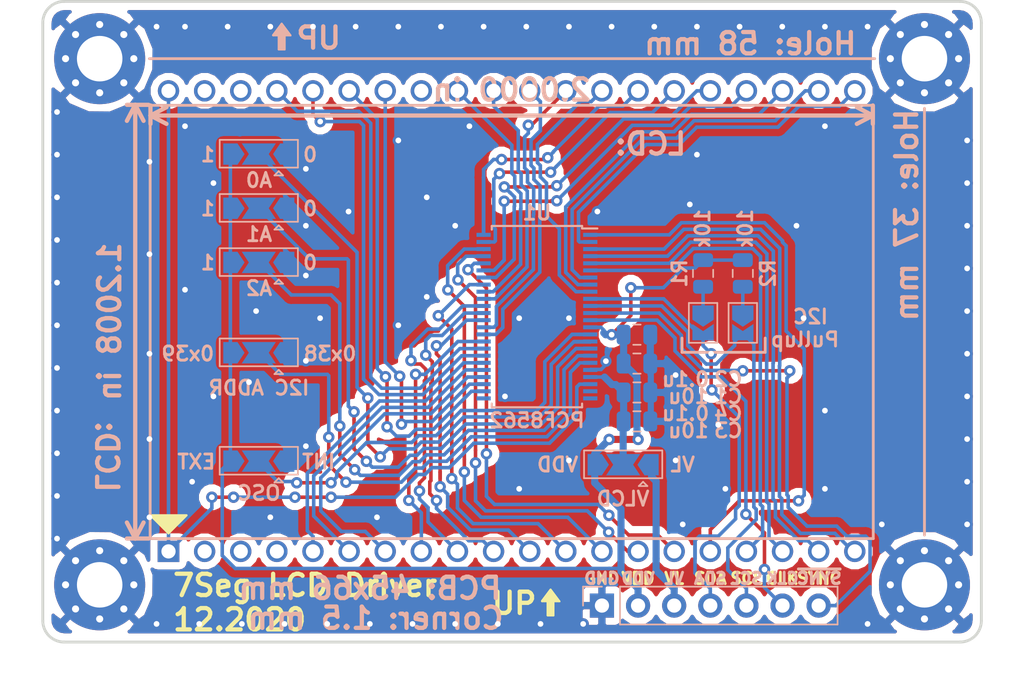
<source format=kicad_pcb>
(kicad_pcb (version 20171130) (host pcbnew 5.0.2-bee76a0~70~ubuntu16.04.1)
  (title_block (title "LCD 7 Segment Driver") (date 2021-02-01) (rev 2020.12) (company github.com/SomeInterestingUserName/lcd-7seg))
  (layers (0 F.Cu signal) (31 B.Cu signal) (34 B.Paste user) (35 F.Paste user) (36 B.SilkS user) (37 F.SilkS user) (38 B.Mask user) (39 F.Mask user) (44 Edge.Cuts user))
  (net 0 "")
  (net 1 VDD)
  (net 2 GND)
  (net 3 /VLCD)
  (net 4 "Net-(DISP1-Pad1)")
  (net 5 "Net-(DISP1-Pad2)")
  (net 6 "Net-(DISP1-Pad3)")
  (net 7 "Net-(DISP1-Pad4)")
  (net 8 "Net-(DISP1-Pad5)")
  (net 9 "Net-(DISP1-Pad6)")
  (net 10 "Net-(DISP1-Pad7)")
  (net 11 "Net-(DISP1-Pad8)")
  (net 12 "Net-(DISP1-Pad9)")
  (net 13 "Net-(DISP1-Pad10)")
  (net 14 "Net-(DISP1-Pad11)")
  (net 15 "Net-(DISP1-Pad12)")
  (net 16 "Net-(DISP1-Pad13)")
  (net 17 "Net-(DISP1-Pad14)")
  (net 18 "Net-(DISP1-Pad15)")
  (net 19 "Net-(DISP1-Pad16)")
  (net 20 "Net-(DISP1-Pad17)")
  (net 21 "Net-(DISP1-Pad18)")
  (net 22 "Net-(DISP1-Pad19)")
  (net 23 "Net-(DISP1-Pad20)")
  (net 24 "Net-(DISP1-Pad21)")
  (net 25 "Net-(DISP1-Pad22)")
  (net 26 "Net-(DISP1-Pad23)")
  (net 27 "Net-(DISP1-Pad24)")
  (net 28 "Net-(DISP1-Pad25)")
  (net 29 "Net-(DISP1-Pad26)")
  (net 30 "Net-(DISP1-Pad27)")
  (net 31 "Net-(DISP1-Pad28)")
  (net 32 "Net-(DISP1-Pad29)")
  (net 33 "Net-(DISP1-Pad30)")
  (net 34 "Net-(DISP1-Pad31)")
  (net 35 "Net-(DISP1-Pad32)")
  (net 36 "Net-(DISP1-Pad33)")
  (net 37 "Net-(DISP1-Pad34)")
  (net 38 "Net-(DISP1-Pad35)")
  (net 39 "Net-(DISP1-Pad36)")
  (net 40 "Net-(DISP1-Pad37)")
  (net 41 "Net-(DISP1-Pad38)")
  (net 42 "Net-(DISP1-Pad39)")
  (net 43 /SDA)
  (net 44 /SCL)
  (net 45 /CLK)
  (net 46 /~SYNC)
  (net 47 "Net-(JP1-Pad1)")
  (net 48 "Net-(JP2-Pad1)")
  (net 49 "Net-(JP3-Pad2)")
  (net 50 "Net-(JP4-Pad2)")
  (net 51 "Net-(JP5-Pad2)")
  (net 52 "Net-(JP6-Pad2)")
  (net 53 "Net-(JP7-Pad2)")
  (net 54 "Net-(U1-Pad23)")
  (net 55 "Net-(U1-Pad24)")
  (net 56 "Net-(U1-Pad25)")
  (net 57 /VLCD_JP)
  (module Package_SO:TSSOP-48_6.1x12.5mm_P0.5mm (layer B.Cu) (at 142.748 72.39 180)
    (fp_text reference U1 (at 0 7.3 180) (layer B.SilkS) (effects (font (thickness 0.2)) (justify mirror)))
    (fp_text value PCF8562 (at 0 -7.3 180) (layer B.SilkS) (effects (font (thickness 0.2)) (justify mirror)))
    (pad 1 smd rect (at -3.75 5.75 180) (size 1 0.285) (layers B.Cu B.Paste B.Mask) (net 19 "Net-(DISP1-Pad16)"))
    (pad 2 smd rect (at -3.75 5.25 180) (size 1 0.285) (layers B.Cu B.Paste B.Mask) (net 24 "Net-(DISP1-Pad21)"))
    (pad 3 smd rect (at -3.75 4.75 180) (size 1 0.285) (layers B.Cu B.Paste B.Mask) (net 23 "Net-(DISP1-Pad20)"))
    (pad 4 smd rect (at -3.75 4.25 180) (size 1 0.285) (layers B.Cu B.Paste B.Mask) (net 22 "Net-(DISP1-Pad19)"))
    (pad 5 smd rect (at -3.75 3.75 180) (size 1 0.285) (layers B.Cu B.Paste B.Mask) (net 21 "Net-(DISP1-Pad18)"))
    (pad 6 smd rect (at -3.75 3.25 180) (size 1 0.285) (layers B.Cu B.Paste B.Mask) (net 20 "Net-(DISP1-Pad17)"))
    (pad 7 smd rect (at -3.75 2.75 180) (size 1 0.285) (layers B.Cu B.Paste B.Mask) (net 25 "Net-(DISP1-Pad22)"))
    (pad 8 smd rect (at -3.75 2.25 180) (size 1 0.285) (layers B.Cu B.Paste B.Mask) (net 26 "Net-(DISP1-Pad23)"))
    (pad 9 smd rect (at -3.75 1.75 180) (size 1 0.285) (layers B.Cu B.Paste B.Mask) (net 31 "Net-(DISP1-Pad28)"))
    (pad 10 smd rect (at -3.75 1.25 180) (size 1 0.285) (layers B.Cu B.Paste B.Mask) (net 43 /SDA))
    (pad 11 smd rect (at -3.75 0.75 180) (size 1 0.285) (layers B.Cu B.Paste B.Mask) (net 44 /SCL))
    (pad 12 smd rect (at -3.75 0.25 180) (size 1 0.285) (layers B.Cu B.Paste B.Mask) (net 46 /~SYNC))
    (pad 13 smd rect (at -3.75 -0.25 180) (size 1 0.285) (layers B.Cu B.Paste B.Mask) (net 45 /CLK))
    (pad 14 smd rect (at -3.75 -0.75 180) (size 1 0.285) (layers B.Cu B.Paste B.Mask) (net 1 VDD))
    (pad 15 smd rect (at -3.75 -1.25 180) (size 1 0.285) (layers B.Cu B.Paste B.Mask) (net 53 "Net-(JP7-Pad2)"))
    (pad 16 smd rect (at -3.75 -1.75 180) (size 1 0.285) (layers B.Cu B.Paste B.Mask) (net 49 "Net-(JP3-Pad2)"))
    (pad 17 smd rect (at -3.75 -2.25 180) (size 1 0.285) (layers B.Cu B.Paste B.Mask) (net 50 "Net-(JP4-Pad2)"))
    (pad 18 smd rect (at -3.75 -2.75 180) (size 1 0.285) (layers B.Cu B.Paste B.Mask) (net 51 "Net-(JP5-Pad2)"))
    (pad 19 smd rect (at -3.75 -3.25 180) (size 1 0.285) (layers B.Cu B.Paste B.Mask) (net 52 "Net-(JP6-Pad2)"))
    (pad 20 smd rect (at -3.75 -3.75 180) (size 1 0.285) (layers B.Cu B.Paste B.Mask) (net 2 GND))
    (pad 21 smd rect (at -3.75 -4.25 180) (size 1 0.285) (layers B.Cu B.Paste B.Mask) (net 57 /VLCD_JP))
    (pad 22 smd rect (at -3.75 -4.75 180) (size 1 0.285) (layers B.Cu B.Paste B.Mask) (net 4 "Net-(DISP1-Pad1)"))
    (pad 23 smd rect (at -3.75 -5.25 180) (size 1 0.285) (layers B.Cu B.Paste B.Mask) (net 54 "Net-(U1-Pad23)"))
    (pad 24 smd rect (at -3.75 -5.75 180) (size 1 0.285) (layers B.Cu B.Paste B.Mask) (net 55 "Net-(U1-Pad24)"))
    (pad 25 smd rect (at 3.75 -5.75 180) (size 1 0.285) (layers B.Cu B.Paste B.Mask) (net 56 "Net-(U1-Pad25)"))
    (pad 26 smd rect (at 3.75 -5.25 180) (size 1 0.285) (layers B.Cu B.Paste B.Mask) (net 38 "Net-(DISP1-Pad35)"))
    (pad 27 smd rect (at 3.75 -4.75 180) (size 1 0.285) (layers B.Cu B.Paste B.Mask) (net 37 "Net-(DISP1-Pad34)"))
    (pad 28 smd rect (at 3.75 -4.25 180) (size 1 0.285) (layers B.Cu B.Paste B.Mask) (net 10 "Net-(DISP1-Pad7)"))
    (pad 29 smd rect (at 3.75 -3.75 180) (size 1 0.285) (layers B.Cu B.Paste B.Mask) (net 9 "Net-(DISP1-Pad6)"))
    (pad 30 smd rect (at 3.75 -3.25 180) (size 1 0.285) (layers B.Cu B.Paste B.Mask) (net 8 "Net-(DISP1-Pad5)"))
    (pad 31 smd rect (at 3.75 -2.75 180) (size 1 0.285) (layers B.Cu B.Paste B.Mask) (net 39 "Net-(DISP1-Pad36)"))
    (pad 32 smd rect (at 3.75 -2.25 180) (size 1 0.285) (layers B.Cu B.Paste B.Mask) (net 40 "Net-(DISP1-Pad37)"))
    (pad 33 smd rect (at 3.75 -1.75 180) (size 1 0.285) (layers B.Cu B.Paste B.Mask) (net 11 "Net-(DISP1-Pad8)"))
    (pad 34 smd rect (at 3.75 -1.25 180) (size 1 0.285) (layers B.Cu B.Paste B.Mask) (net 33 "Net-(DISP1-Pad30)"))
    (pad 35 smd rect (at 3.75 -0.75 180) (size 1 0.285) (layers B.Cu B.Paste B.Mask) (net 32 "Net-(DISP1-Pad29)"))
    (pad 36 smd rect (at 3.75 -0.25 180) (size 1 0.285) (layers B.Cu B.Paste B.Mask) (net 14 "Net-(DISP1-Pad11)"))
    (pad 37 smd rect (at 3.75 0.25 180) (size 1 0.285) (layers B.Cu B.Paste B.Mask) (net 13 "Net-(DISP1-Pad10)"))
    (pad 38 smd rect (at 3.75 0.75 180) (size 1 0.285) (layers B.Cu B.Paste B.Mask) (net 12 "Net-(DISP1-Pad9)"))
    (pad 39 smd rect (at 3.75 1.25 180) (size 1 0.285) (layers B.Cu B.Paste B.Mask) (net 34 "Net-(DISP1-Pad31)"))
    (pad 40 smd rect (at 3.75 1.75 180) (size 1 0.285) (layers B.Cu B.Paste B.Mask) (net 35 "Net-(DISP1-Pad32)"))
    (pad 41 smd rect (at 3.75 2.25 180) (size 1 0.285) (layers B.Cu B.Paste B.Mask) (net 15 "Net-(DISP1-Pad12)"))
    (pad 42 smd rect (at 3.75 2.75 180) (size 1 0.285) (layers B.Cu B.Paste B.Mask) (net 28 "Net-(DISP1-Pad25)"))
    (pad 43 smd rect (at 3.75 3.25 180) (size 1 0.285) (layers B.Cu B.Paste B.Mask) (net 27 "Net-(DISP1-Pad24)"))
    (pad 44 smd rect (at 3.75 3.75 180) (size 1 0.285) (layers B.Cu B.Paste B.Mask) (net 18 "Net-(DISP1-Pad15)"))
    (pad 45 smd rect (at 3.75 4.25 180) (size 1 0.285) (layers B.Cu B.Paste B.Mask) (net 17 "Net-(DISP1-Pad14)"))
    (pad 46 smd rect (at 3.75 4.75 180) (size 1 0.285) (layers B.Cu B.Paste B.Mask) (net 16 "Net-(DISP1-Pad13)"))
    (pad 47 smd rect (at 3.75 5.25 180) (size 1 0.285) (layers B.Cu B.Paste B.Mask) (net 29 "Net-(DISP1-Pad26)"))
    (pad 48 smd rect (at 3.75 5.75 180) (size 1 0.285) (layers B.Cu B.Paste B.Mask) (net 30 "Net-(DISP1-Pad27)"))
  )
  (module custom_components:S401C52TR (layer F.Cu) (at 116.84 88.9 90)
    (fp_text reference DISP1 hide)
    (fp_text value LCD-S401C52TR)
    (pad 40 thru_hole circle (at 32.385 0 90) (size 1.5 1.5) (drill 1) (layers *.Cu *.Mask) (net 4 "Net-(DISP1-Pad1)"))
    (pad 39 thru_hole circle (at 32.385 2.54 90) (size 1.5 1.5) (drill 1) (layers *.Cu *.Mask) (net 42 "Net-(DISP1-Pad39)"))
    (pad 38 thru_hole circle (at 32.385 5.08 90) (size 1.5 1.5) (drill 1) (layers *.Cu *.Mask) (net 41 "Net-(DISP1-Pad38)"))
    (pad 37 thru_hole circle (at 32.385 7.62 90) (size 1.5 1.5) (drill 1) (layers *.Cu *.Mask) (net 40 "Net-(DISP1-Pad37)"))
    (pad 36 thru_hole circle (at 32.385 10.16 90) (size 1.5 1.5) (drill 1) (layers *.Cu *.Mask) (net 39 "Net-(DISP1-Pad36)"))
    (pad 35 thru_hole circle (at 32.385 12.7 90) (size 1.5 1.5) (drill 1) (layers *.Cu *.Mask) (net 38 "Net-(DISP1-Pad35)"))
    (pad 34 thru_hole circle (at 32.385 15.24 90) (size 1.5 1.5) (drill 1) (layers *.Cu *.Mask) (net 37 "Net-(DISP1-Pad34)"))
    (pad 33 thru_hole circle (at 32.385 17.78 90) (size 1.5 1.5) (drill 1) (layers *.Cu *.Mask) (net 36 "Net-(DISP1-Pad33)"))
    (pad 32 thru_hole circle (at 32.385 20.32 90) (size 1.5 1.5) (drill 1) (layers *.Cu *.Mask) (net 35 "Net-(DISP1-Pad32)"))
    (pad 31 thru_hole circle (at 32.385 22.86 90) (size 1.5 1.5) (drill 1) (layers *.Cu *.Mask) (net 34 "Net-(DISP1-Pad31)"))
    (pad 30 thru_hole circle (at 32.385 25.4 90) (size 1.5 1.5) (drill 1) (layers *.Cu *.Mask) (net 33 "Net-(DISP1-Pad30)"))
    (pad 29 thru_hole circle (at 32.385 27.94 90) (size 1.5 1.5) (drill 1) (layers *.Cu *.Mask) (net 32 "Net-(DISP1-Pad29)"))
    (pad 28 thru_hole circle (at 32.385 30.48 90) (size 1.5 1.5) (drill 1) (layers *.Cu *.Mask) (net 31 "Net-(DISP1-Pad28)"))
    (pad 27 thru_hole circle (at 32.385 33.02 90) (size 1.5 1.5) (drill 1) (layers *.Cu *.Mask) (net 30 "Net-(DISP1-Pad27)"))
    (pad 26 thru_hole circle (at 32.385 35.56 90) (size 1.5 1.5) (drill 1) (layers *.Cu *.Mask) (net 29 "Net-(DISP1-Pad26)"))
    (pad 25 thru_hole circle (at 32.385 38.1 90) (size 1.5 1.5) (drill 1) (layers *.Cu *.Mask) (net 28 "Net-(DISP1-Pad25)"))
    (pad 24 thru_hole circle (at 32.385 40.64 90) (size 1.5 1.5) (drill 1) (layers *.Cu *.Mask) (net 27 "Net-(DISP1-Pad24)"))
    (pad 23 thru_hole circle (at 32.385 43.18 90) (size 1.5 1.5) (drill 1) (layers *.Cu *.Mask) (net 26 "Net-(DISP1-Pad23)"))
    (pad 22 thru_hole circle (at 32.385 45.72 90) (size 1.5 1.5) (drill 1) (layers *.Cu *.Mask) (net 25 "Net-(DISP1-Pad22)"))
    (pad 21 thru_hole circle (at 32.385 48.26 90) (size 1.5 1.5) (drill 1) (layers *.Cu *.Mask) (net 24 "Net-(DISP1-Pad21)"))
    (pad 20 thru_hole circle (at 0 48.26 90) (size 1.5 1.5) (drill 1) (layers *.Cu *.Mask) (net 23 "Net-(DISP1-Pad20)"))
    (pad 19 thru_hole circle (at 0 45.72 90) (size 1.5 1.5) (drill 1) (layers *.Cu *.Mask) (net 22 "Net-(DISP1-Pad19)"))
    (pad 18 thru_hole circle (at 0 43.18 90) (size 1.5 1.5) (drill 1) (layers *.Cu *.Mask) (net 21 "Net-(DISP1-Pad18)"))
    (pad 17 thru_hole circle (at 0 40.64 90) (size 1.5 1.5) (drill 1) (layers *.Cu *.Mask) (net 20 "Net-(DISP1-Pad17)"))
    (pad 16 thru_hole circle (at 0 38.1 90) (size 1.5 1.5) (drill 1) (layers *.Cu *.Mask) (net 19 "Net-(DISP1-Pad16)"))
    (pad 15 thru_hole circle (at 0 35.56 90) (size 1.5 1.5) (drill 1) (layers *.Cu *.Mask) (net 18 "Net-(DISP1-Pad15)"))
    (pad 14 thru_hole circle (at 0 33.02 90) (size 1.5 1.5) (drill 1) (layers *.Cu *.Mask) (net 17 "Net-(DISP1-Pad14)"))
    (pad 13 thru_hole circle (at 0 30.48 90) (size 1.5 1.5) (drill 1) (layers *.Cu *.Mask) (net 16 "Net-(DISP1-Pad13)"))
    (pad 12 thru_hole circle (at 0 27.94 90) (size 1.5 1.5) (drill 1) (layers *.Cu *.Mask) (net 15 "Net-(DISP1-Pad12)"))
    (pad 11 thru_hole circle (at 0 25.4 90) (size 1.5 1.5) (drill 1) (layers *.Cu *.Mask) (net 14 "Net-(DISP1-Pad11)"))
    (pad 10 thru_hole circle (at 0 22.86 90) (size 1.5 1.5) (drill 1) (layers *.Cu *.Mask) (net 13 "Net-(DISP1-Pad10)"))
    (pad 9 thru_hole circle (at 0 20.32 90) (size 1.5 1.5) (drill 1) (layers *.Cu *.Mask) (net 12 "Net-(DISP1-Pad9)"))
    (pad 8 thru_hole circle (at 0 17.78 90) (size 1.5 1.5) (drill 1) (layers *.Cu *.Mask) (net 11 "Net-(DISP1-Pad8)"))
    (pad 7 thru_hole circle (at 0 15.24 90) (size 1.5 1.5) (drill 1) (layers *.Cu *.Mask) (net 10 "Net-(DISP1-Pad7)"))
    (pad 6 thru_hole circle (at 0 12.7 90) (size 1.5 1.5) (drill 1) (layers *.Cu *.Mask) (net 9 "Net-(DISP1-Pad6)"))
    (pad 5 thru_hole circle (at 0 10.16 90) (size 1.5 1.5) (drill 1) (layers *.Cu *.Mask) (net 8 "Net-(DISP1-Pad5)"))
    (pad 4 thru_hole circle (at 0 7.62 90) (size 1.5 1.5) (drill 1) (layers *.Cu *.Mask) (net 7 "Net-(DISP1-Pad4)"))
    (pad 3 thru_hole circle (at 0 5.08 90) (size 1.5 1.5) (drill 1) (layers *.Cu *.Mask) (net 6 "Net-(DISP1-Pad3)"))
    (pad 2 thru_hole circle (at 0 2.54 90) (size 1.5 1.5) (drill 1) (layers *.Cu *.Mask) (net 5 "Net-(DISP1-Pad2)"))
    (pad 1 thru_hole rect (at 0 0 90) (size 1.5 1.524) (drill 1) (layers *.Cu *.Mask) (net 4 "Net-(DISP1-Pad1)"))
  )
  (module Capacitor_SMD:C_0805_2012Metric (layer B.Cu) (at 149.7815 75.692)
    (fp_text reference C1 (at 6.4185 2.308) (layer B.SilkS) (effects (font (thickness 0.2)) (justify mirror)))
    (fp_text value 10u (at 3.6185 2.308) (layer B.SilkS) (effects (font (thickness 0.2)) (justify mirror)))
    (pad 1 smd roundrect (at -0.9375 0) (size 0.975 1.4) (layers B.Cu B.Paste B.Mask) (net 1 VDD))
    (pad 2 smd roundrect (at 0.9375 0) (size 0.975 1.4) (layers B.Cu B.Paste B.Mask) (net 2 GND))
  )
  (module Capacitor_SMD:C_0805_2012Metric (layer B.Cu) (at 149.7815 73.66)
    (fp_text reference C2 (at 6.4185 3.14) (layer B.SilkS) (effects (font (thickness 0.2)) (justify mirror)))
    (fp_text value 0.1u (at 3.4185 3.14) (layer B.SilkS) (effects (font (thickness 0.2)) (justify mirror)))
    (pad 2 smd roundrect (at 0.9375 0) (size 0.975 1.4) (layers B.Cu B.Paste B.Mask) (net 2 GND))
    (pad 1 smd roundrect (at -0.9375 0) (size 0.975 1.4) (layers B.Cu B.Paste B.Mask) (net 1 VDD))
  )
  (module Capacitor_SMD:C_0805_2012Metric (layer B.Cu) (at 149.7815 79.756)
    (fp_text reference C3 (at 6.4185 0.644) (layer B.SilkS) (effects (font (thickness 0.2)) (justify mirror)))
    (fp_text value 10u (at 3.6185 0.644) (layer B.SilkS) (effects (font (thickness 0.2)) (justify mirror)))
    (pad 1 smd roundrect (at -0.9375 0) (size 0.975 1.4) (layers B.Cu B.Paste B.Mask) (net 57 /VLCD_JP))
    (pad 2 smd roundrect (at 0.9375 0) (size 0.975 1.4) (layers B.Cu B.Paste B.Mask) (net 2 GND))
  )
  (module Capacitor_SMD:C_0805_2012Metric (layer B.Cu) (at 149.7815 77.724)
    (fp_text reference C4 (at 6.4185 1.476) (layer B.SilkS) (effects (font (thickness 0.2)) (justify mirror)))
    (fp_text value 0.1u (at 3.4185 1.476) (layer B.SilkS) (effects (font (thickness 0.2)) (justify mirror)))
    (pad 2 smd roundrect (at 0.9375 0) (size 0.975 1.4) (layers B.Cu B.Paste B.Mask) (net 2 GND))
    (pad 1 smd roundrect (at -0.9375 0) (size 0.975 1.4) (layers B.Cu B.Paste B.Mask) (net 57 /VLCD_JP))
  )
  (module Connector_PinHeader_2.54mm:PinHeader_1x07_P2.54mm_Vertical (layer B.Cu) (at 147.32 92.71 270)
    (fp_text reference J1 hide)
    (fp_text value Conn_01x07)
    (pad 1 thru_hole rect (at 0 0 270) (size 1.7 1.7) (drill 1) (layers *.Cu *.Mask) (net 2 GND))
    (pad 2 thru_hole oval (at 0 -2.54 270) (size 1.7 1.7) (drill 1) (layers *.Cu *.Mask) (net 1 VDD))
    (pad 3 thru_hole oval (at 0 -5.08 270) (size 1.7 1.7) (drill 1) (layers *.Cu *.Mask) (net 3 /VLCD))
    (pad 4 thru_hole oval (at 0 -7.62 270) (size 1.7 1.7) (drill 1) (layers *.Cu *.Mask) (net 43 /SDA))
    (pad 5 thru_hole oval (at 0 -10.16 270) (size 1.7 1.7) (drill 1) (layers *.Cu *.Mask) (net 44 /SCL))
    (pad 6 thru_hole oval (at 0 -12.7 270) (size 1.7 1.7) (drill 1) (layers *.Cu *.Mask) (net 45 /CLK))
    (pad 7 thru_hole oval (at 0 -15.24 270) (size 1.7 1.7) (drill 1) (layers *.Cu *.Mask) (net 46 /~SYNC))
  )
  (module Jumper:SolderJumper-2_P1.3mm_Open_TrianglePad1.0x1.5mm (layer B.Cu) (at 154.432 72.830436 270)
    (fp_text reference JP1 hide)
    (fp_text value SolderJumper_2_Open)
    (pad 2 smd custom (at 0.725 0 270) (size 0.3 0.3) (layers B.Cu B.Mask) (net 43 /SDA) (options (clearance outline) (anchor rect)) (primitives (gr_poly (pts (xy -0.65 0.75) (xy 0.5 0.75) (xy 0.5 -0.75) (xy -0.65 -0.75) (xy -0.15 0)) (width 0))))
    (pad 1 smd custom (at -0.725 0 270) (size 0.3 0.3) (layers B.Cu B.Mask) (net 47 "Net-(JP1-Pad1)") (options (clearance outline) (anchor rect)) (primitives (gr_poly (pts (xy -0.5 0.75) (xy 0.5 0.75) (xy 1 0) (xy 0.5 -0.75) (xy -0.5 -0.75)) (width 0))))
  )
  (module Jumper:SolderJumper-2_P1.3mm_Open_TrianglePad1.0x1.5mm (layer B.Cu) (at 157.226 72.830436 270)
    (fp_text reference JP2 hide)
    (fp_text value SolderJumper_2_Open)
    (pad 1 smd custom (at -0.725 0 270) (size 0.3 0.3) (layers B.Cu B.Mask) (net 48 "Net-(JP2-Pad1)") (options (clearance outline) (anchor rect)) (primitives (gr_poly (pts (xy -0.5 0.75) (xy 0.5 0.75) (xy 1 0) (xy 0.5 -0.75) (xy -0.5 -0.75)) (width 0))))
    (pad 2 smd custom (at 0.725 0 270) (size 0.3 0.3) (layers B.Cu B.Mask) (net 44 /SCL) (options (clearance outline) (anchor rect)) (primitives (gr_poly (pts (xy -0.65 0.75) (xy 0.5 0.75) (xy 0.5 -0.75) (xy -0.65 -0.75) (xy -0.15 0)) (width 0))))
  )
  (module Jumper:SolderJumper-3_P2.0mm_Open_TrianglePad1.0x1.5mm (layer B.Cu) (at 123.19 60.96 180)
    (fp_text reference JP3 hide)
    (fp_text value SolderJumper_3_Open)
    (pad 3 smd custom (at 2 0) (size 0.3 0.3) (layers B.Cu B.Mask) (net 1 VDD) (options (clearance outline) (anchor rect)) (primitives (gr_poly (pts (xy -0.5 0.75) (xy 0.5 0.75) (xy 1 0) (xy 0.5 -0.75) (xy -0.5 -0.75)) (width 0))))
    (pad 2 smd custom (at 0 0 180) (size 0.3 0.3) (layers B.Cu) (net 49 "Net-(JP3-Pad2)") (options (clearance outline) (anchor rect)) (primitives (gr_poly (pts (xy -1.2 0.75) (xy 1.2 0.75) (xy 0.7 0) (xy 1.2 -0.75) (xy -1.2 -0.75) (xy -0.7 0)) (width 0))))
    (pad 1 smd custom (at -2 0 180) (size 0.3 0.3) (layers B.Cu B.Mask) (net 2 GND) (options (clearance outline) (anchor rect)) (primitives (gr_poly (pts (xy -0.5 0.75) (xy 0.5 0.75) (xy 1 0) (xy 0.5 -0.75) (xy -0.5 -0.75)) (width 0))))
  )
  (module Jumper:SolderJumper-3_P2.0mm_Open_TrianglePad1.0x1.5mm (layer B.Cu) (at 123.19 64.77 180)
    (fp_text reference JP4 hide)
    (fp_text value SolderJumper_3_Open)
    (pad 1 smd custom (at -2 0 180) (size 0.3 0.3) (layers B.Cu B.Mask) (net 2 GND) (options (clearance outline) (anchor rect)) (primitives (gr_poly (pts (xy -0.5 0.75) (xy 0.5 0.75) (xy 1 0) (xy 0.5 -0.75) (xy -0.5 -0.75)) (width 0))))
    (pad 2 smd custom (at 0 0 180) (size 0.3 0.3) (layers B.Cu) (net 50 "Net-(JP4-Pad2)") (options (clearance outline) (anchor rect)) (primitives (gr_poly (pts (xy -1.2 0.75) (xy 1.2 0.75) (xy 0.7 0) (xy 1.2 -0.75) (xy -1.2 -0.75) (xy -0.7 0)) (width 0))))
    (pad 3 smd custom (at 2 0) (size 0.3 0.3) (layers B.Cu B.Mask) (net 1 VDD) (options (clearance outline) (anchor rect)) (primitives (gr_poly (pts (xy -0.5 0.75) (xy 0.5 0.75) (xy 1 0) (xy 0.5 -0.75) (xy -0.5 -0.75)) (width 0))))
  )
  (module Jumper:SolderJumper-3_P2.0mm_Open_TrianglePad1.0x1.5mm (layer B.Cu) (at 123.19 68.58 180)
    (fp_text reference JP5 hide)
    (fp_text value SolderJumper_3_Open)
    (pad 1 smd custom (at -2 0 180) (size 0.3 0.3) (layers B.Cu B.Mask) (net 2 GND) (options (clearance outline) (anchor rect)) (primitives (gr_poly (pts (xy -0.5 0.75) (xy 0.5 0.75) (xy 1 0) (xy 0.5 -0.75) (xy -0.5 -0.75)) (width 0))))
    (pad 2 smd custom (at 0 0 180) (size 0.3 0.3) (layers B.Cu) (net 51 "Net-(JP5-Pad2)") (options (clearance outline) (anchor rect)) (primitives (gr_poly (pts (xy -1.2 0.75) (xy 1.2 0.75) (xy 0.7 0) (xy 1.2 -0.75) (xy -1.2 -0.75) (xy -0.7 0)) (width 0))))
    (pad 3 smd custom (at 2 0) (size 0.3 0.3) (layers B.Cu B.Mask) (net 1 VDD) (options (clearance outline) (anchor rect)) (primitives (gr_poly (pts (xy -0.5 0.75) (xy 0.5 0.75) (xy 1 0) (xy 0.5 -0.75) (xy -0.5 -0.75)) (width 0))))
  )
  (module Jumper:SolderJumper-3_P2.0mm_Open_TrianglePad1.0x1.5mm (layer B.Cu) (at 123.19 74.93 180)
    (fp_text reference JP6 hide)
    (fp_text value SolderJumper_3_Open)
    (pad 3 smd custom (at 2 0) (size 0.3 0.3) (layers B.Cu B.Mask) (net 1 VDD) (options (clearance outline) (anchor rect)) (primitives (gr_poly (pts (xy -0.5 0.75) (xy 0.5 0.75) (xy 1 0) (xy 0.5 -0.75) (xy -0.5 -0.75)) (width 0))))
    (pad 2 smd custom (at 0 0 180) (size 0.3 0.3) (layers B.Cu) (net 52 "Net-(JP6-Pad2)") (options (clearance outline) (anchor rect)) (primitives (gr_poly (pts (xy -1.2 0.75) (xy 1.2 0.75) (xy 0.7 0) (xy 1.2 -0.75) (xy -1.2 -0.75) (xy -0.7 0)) (width 0))))
    (pad 1 smd custom (at -2 0 180) (size 0.3 0.3) (layers B.Cu B.Mask) (net 2 GND) (options (clearance outline) (anchor rect)) (primitives (gr_poly (pts (xy -0.5 0.75) (xy 0.5 0.75) (xy 1 0) (xy 0.5 -0.75) (xy -0.5 -0.75)) (width 0))))
  )
  (module Jumper:SolderJumper-3_P2.0mm_Open_TrianglePad1.0x1.5mm (layer B.Cu) (at 123.19 82.55 180)
    (fp_text reference JP7 hide)
    (fp_text value SolderJumper_3_Open)
    (pad 1 smd custom (at -2 0 180) (size 0.3 0.3) (layers B.Cu B.Mask) (net 2 GND) (options (clearance outline) (anchor rect)) (primitives (gr_poly (pts (xy -0.5 0.75) (xy 0.5 0.75) (xy 1 0) (xy 0.5 -0.75) (xy -0.5 -0.75)) (width 0))))
    (pad 2 smd custom (at 0 0 180) (size 0.3 0.3) (layers B.Cu) (net 53 "Net-(JP7-Pad2)") (options (clearance outline) (anchor rect)) (primitives (gr_poly (pts (xy -1.2 0.75) (xy 1.2 0.75) (xy 0.7 0) (xy 1.2 -0.75) (xy -1.2 -0.75) (xy -0.7 0)) (width 0))))
    (pad 3 smd custom (at 2 0) (size 0.3 0.3) (layers B.Cu B.Mask) (net 1 VDD) (options (clearance outline) (anchor rect)) (primitives (gr_poly (pts (xy -0.5 0.75) (xy 0.5 0.75) (xy 1 0) (xy 0.5 -0.75) (xy -0.5 -0.75)) (width 0))))
  )
  (module Jumper:SolderJumper-3_P2.0mm_Open_TrianglePad1.0x1.5mm (layer B.Cu) (at 148.812 82.804 180)
    (fp_text reference JP8 hide)
    (fp_text value SolderJumper_3_Open)
    (pad 3 smd custom (at 2 0) (size 0.3 0.3) (layers B.Cu B.Mask) (net 1 VDD) (options (clearance outline) (anchor rect)) (primitives (gr_poly (pts (xy -0.5 0.75) (xy 0.5 0.75) (xy 1 0) (xy 0.5 -0.75) (xy -0.5 -0.75)) (width 0))))
    (pad 2 smd custom (at 0 0 180) (size 0.3 0.3) (layers B.Cu) (net 57 /VLCD_JP) (options (clearance outline) (anchor rect)) (primitives (gr_poly (pts (xy -1.2 0.75) (xy 1.2 0.75) (xy 0.7 0) (xy 1.2 -0.75) (xy -1.2 -0.75) (xy -0.7 0)) (width 0))))
    (pad 1 smd custom (at -2 0 180) (size 0.3 0.3) (layers B.Cu B.Mask) (net 3 /VLCD) (options (clearance outline) (anchor rect)) (primitives (gr_poly (pts (xy -0.5 0.75) (xy 0.5 0.75) (xy 1 0) (xy 0.5 -0.75) (xy -0.5 -0.75)) (width 0))))
  )
  (module Resistor_SMD:R_0805_2012Metric (layer B.Cu) (at 154.432 69.352936 270)
    (fp_text reference R1 (at 0 1.65 270) (layer B.SilkS) (effects (font (thickness 0.2)) (justify mirror)))
    (fp_text value 10k (at -3.152936 0.032 90) (layer B.SilkS) (effects (font (thickness 0.2)) (justify mirror)))
    (pad 2 smd roundrect (at 0.9375 0 270) (size 0.975 1.4) (layers B.Cu B.Paste B.Mask) (net 47 "Net-(JP1-Pad1)"))
    (pad 1 smd roundrect (at -0.9375 0 270) (size 0.975 1.4) (layers B.Cu B.Paste B.Mask) (net 1 VDD))
  )
  (module Resistor_SMD:R_0805_2012Metric (layer B.Cu) (at 157.226 69.352936 270)
    (fp_text reference R2 (at 0 -1.774 270) (layer B.SilkS) (effects (font (thickness 0.2)) (justify mirror)))
    (fp_text value 10k (at -3.152936 -0.174 270) (layer B.SilkS) (effects (font (thickness 0.2)) (justify mirror)))
    (pad 1 smd roundrect (at -0.9375 0 270) (size 0.975 1.4) (layers B.Cu B.Paste B.Mask) (net 1 VDD))
    (pad 2 smd roundrect (at 0.9375 0 270) (size 0.975 1.4) (layers B.Cu B.Paste B.Mask) (net 48 "Net-(JP2-Pad1)"))
  )
  (module MountingHole:MountingHole_3.2mm_M3_Pad_Via (layer F.Cu) (at 112 54.25)
    (fp_text reference H1 hide)
    (fp_text value MountingHole_Pad)
    (pad 1 thru_hole circle (at 1.697056 -1.697056) (size 0.8 0.8) (drill 0.5) (layers *.Cu *.Mask) (net 2 GND))
    (pad 1 thru_hole circle (at 0 -2.4) (size 0.8 0.8) (drill 0.5) (layers *.Cu *.Mask) (net 2 GND))
    (pad 1 thru_hole circle (at -1.697056 -1.697056) (size 0.8 0.8) (drill 0.5) (layers *.Cu *.Mask) (net 2 GND))
    (pad 1 thru_hole circle (at -2.4 0) (size 0.8 0.8) (drill 0.5) (layers *.Cu *.Mask) (net 2 GND))
    (pad 1 thru_hole circle (at -1.697056 1.697056) (size 0.8 0.8) (drill 0.5) (layers *.Cu *.Mask) (net 2 GND))
    (pad 1 thru_hole circle (at 0 2.4) (size 0.8 0.8) (drill 0.5) (layers *.Cu *.Mask) (net 2 GND))
    (pad 1 thru_hole circle (at 1.697056 1.697056) (size 0.8 0.8) (drill 0.5) (layers *.Cu *.Mask) (net 2 GND))
    (pad 1 thru_hole circle (at 2.4 0) (size 0.8 0.8) (drill 0.5) (layers *.Cu *.Mask) (net 2 GND))
    (pad 1 thru_hole circle (at 0 0) (size 6.4 6.4) (drill 3.2) (layers *.Cu *.Mask) (net 2 GND))
  )
  (module MountingHole:MountingHole_3.2mm_M3_Pad_Via (layer F.Cu) (at 170 54.25)
    (fp_text reference H2 hide)
    (fp_text value MountingHole_Pad)
    (pad 1 thru_hole circle (at 0 0) (size 6.4 6.4) (drill 3.2) (layers *.Cu *.Mask) (net 2 GND))
    (pad 1 thru_hole circle (at 2.4 0) (size 0.8 0.8) (drill 0.5) (layers *.Cu *.Mask) (net 2 GND))
    (pad 1 thru_hole circle (at 1.697056 1.697056) (size 0.8 0.8) (drill 0.5) (layers *.Cu *.Mask) (net 2 GND))
    (pad 1 thru_hole circle (at 0 2.4) (size 0.8 0.8) (drill 0.5) (layers *.Cu *.Mask) (net 2 GND))
    (pad 1 thru_hole circle (at -1.697056 1.697056) (size 0.8 0.8) (drill 0.5) (layers *.Cu *.Mask) (net 2 GND))
    (pad 1 thru_hole circle (at -2.4 0) (size 0.8 0.8) (drill 0.5) (layers *.Cu *.Mask) (net 2 GND))
    (pad 1 thru_hole circle (at -1.697056 -1.697056) (size 0.8 0.8) (drill 0.5) (layers *.Cu *.Mask) (net 2 GND))
    (pad 1 thru_hole circle (at 0 -2.4) (size 0.8 0.8) (drill 0.5) (layers *.Cu *.Mask) (net 2 GND))
    (pad 1 thru_hole circle (at 1.697056 -1.697056) (size 0.8 0.8) (drill 0.5) (layers *.Cu *.Mask) (net 2 GND))
  )
  (module MountingHole:MountingHole_3.2mm_M3_Pad_Via (layer F.Cu) (at 112 91.25)
    (fp_text reference H3 hide)
    (fp_text value MountingHole_Pad)
    (pad 1 thru_hole circle (at 1.697056 -1.697056) (size 0.8 0.8) (drill 0.5) (layers *.Cu *.Mask) (net 2 GND))
    (pad 1 thru_hole circle (at 0 -2.4) (size 0.8 0.8) (drill 0.5) (layers *.Cu *.Mask) (net 2 GND))
    (pad 1 thru_hole circle (at -1.697056 -1.697056) (size 0.8 0.8) (drill 0.5) (layers *.Cu *.Mask) (net 2 GND))
    (pad 1 thru_hole circle (at -2.4 0) (size 0.8 0.8) (drill 0.5) (layers *.Cu *.Mask) (net 2 GND))
    (pad 1 thru_hole circle (at -1.697056 1.697056) (size 0.8 0.8) (drill 0.5) (layers *.Cu *.Mask) (net 2 GND))
    (pad 1 thru_hole circle (at 0 2.4) (size 0.8 0.8) (drill 0.5) (layers *.Cu *.Mask) (net 2 GND))
    (pad 1 thru_hole circle (at 1.697056 1.697056) (size 0.8 0.8) (drill 0.5) (layers *.Cu *.Mask) (net 2 GND))
    (pad 1 thru_hole circle (at 2.4 0) (size 0.8 0.8) (drill 0.5) (layers *.Cu *.Mask) (net 2 GND))
    (pad 1 thru_hole circle (at 0 0) (size 6.4 6.4) (drill 3.2) (layers *.Cu *.Mask) (net 2 GND))
  )
  (module MountingHole:MountingHole_3.2mm_M3_Pad_Via (layer F.Cu) (at 170 91.25)
    (fp_text reference H4 hide)
    (fp_text value MountingHole_Pad)
    (pad 1 thru_hole circle (at 0 0) (size 6.4 6.4) (drill 3.2) (layers *.Cu *.Mask) (net 2 GND))
    (pad 1 thru_hole circle (at 2.4 0) (size 0.8 0.8) (drill 0.5) (layers *.Cu *.Mask) (net 2 GND))
    (pad 1 thru_hole circle (at 1.697056 1.697056) (size 0.8 0.8) (drill 0.5) (layers *.Cu *.Mask) (net 2 GND))
    (pad 1 thru_hole circle (at 0 2.4) (size 0.8 0.8) (drill 0.5) (layers *.Cu *.Mask) (net 2 GND))
    (pad 1 thru_hole circle (at -1.697056 1.697056) (size 0.8 0.8) (drill 0.5) (layers *.Cu *.Mask) (net 2 GND))
    (pad 1 thru_hole circle (at -2.4 0) (size 0.8 0.8) (drill 0.5) (layers *.Cu *.Mask) (net 2 GND))
    (pad 1 thru_hole circle (at -1.697056 -1.697056) (size 0.8 0.8) (drill 0.5) (layers *.Cu *.Mask) (net 2 GND))
    (pad 1 thru_hole circle (at 0 -2.4) (size 0.8 0.8) (drill 0.5) (layers *.Cu *.Mask) (net 2 GND))
    (pad 1 thru_hole circle (at 1.697056 -1.697056) (size 0.8 0.8) (drill 0.5) (layers *.Cu *.Mask) (net 2 GND))
  )
  (gr_text GND (at 147.32 90.805) (layer B.SilkS) (effects (font (size 0.8 0.8) (thickness 0.2)) (justify mirror)))
  (gr_text ~SYNC (at 162.6 90.8) (layer B.SilkS) (effects (font (size 0.8 0.8) (thickness 0.2)) (justify mirror)))
  (gr_text CLK (at 160 90.8) (layer B.SilkS) (effects (font (size 0.8 0.8) (thickness 0.2)) (justify mirror)))
  (gr_text VDD (at 149.86 90.805) (layer B.SilkS) (effects (font (size 0.8 0.8) (thickness 0.2)) (justify mirror)))
  (gr_text SDA (at 154.94 90.805) (layer B.SilkS) (effects (font (size 0.8 0.8) (thickness 0.2)) (justify mirror)))
  (gr_text SCL (at 157.48 90.805) (layer B.SilkS) (effects (font (size 0.8 0.8) (thickness 0.2)) (justify mirror)))
  (gr_text VL (at 152.4 90.805) (layer B.SilkS) (effects (font (size 0.8 0.8) (thickness 0.2)) (justify mirror)))
  (gr_text GND (at 147.32 90.805) (layer F.SilkS) (effects (font (size 0.8 0.8) (thickness 0.2))))
  (gr_text "7Seg LCD Driver\n12.2020" (at 117 92.5) (layer F.SilkS) (effects (font (size 1.5 1.5) (thickness 0.3)) (justify left)))
  (gr_line (start 170 87.75) (end 170 57.75) (layer B.SilkS) (width 0.2))
  (gr_line (start 115.5 54.25) (end 166.5 54.25) (layer B.SilkS) (width 0.2))
  (gr_text "Corner: 1.5 mm" (at 131.4 93.6) (layer B.SilkS) (effects (font (size 1.5 1.5) (thickness 0.3)) (justify mirror)))
  (gr_text LCD: (at 112.5 82.25 270) (layer B.SilkS) (effects (font (size 1.5 1.5) (thickness 0.3)) (justify mirror)))
  (gr_text LCD: (at 150.75 60.25) (layer B.SilkS) (effects (font (size 1.5 1.5) (thickness 0.3)) (justify mirror)))
  (gr_arc (start 109.5 51.725) (end 109.5 50.225) (angle -90) (layer Edge.Cuts) (width 0.2))
  (gr_arc (start 109.5 93.775) (end 108 93.775) (angle -90) (layer Edge.Cuts) (width 0.2))
  (gr_arc (start 172.5 93.775) (end 172.5 95.275) (angle -90) (layer Edge.Cuts) (width 0.2))
  (gr_arc (start 172.5 51.725) (end 174 51.725) (angle -90) (layer Edge.Cuts) (width 0.2))
  (gr_text SDA (at 154.94 90.805) (layer F.SilkS) (effects (font (size 0.8 0.8) (thickness 0.2))))
  (gr_text SCL (at 157.48 90.805) (layer F.SilkS) (effects (font (size 0.8 0.8) (thickness 0.2))))
  (gr_text VL (at 152.4 90.805) (layer F.SilkS) (effects (font (size 0.8 0.8) (thickness 0.2))))
  (gr_text CLK (at 160 90.8) (layer F.SilkS) (effects (font (size 0.8 0.8) (thickness 0.2))))
  (gr_text ~SYNC (at 162.6 90.8) (layer F.SilkS) (effects (font (size 0.8 0.8) (thickness 0.2))))
  (gr_text VDD (at 149.86 90.805) (layer F.SilkS) (effects (font (size 0.8 0.8) (thickness 0.2))))
  (gr_text UP (at 141.15 92.55) (layer F.SilkS) (effects (font (size 1.5 1.5) (thickness 0.3))))
  (gr_line (start 144.307198 92.395832) (end 143.707198 91.595832) (layer F.SilkS) (width 0.15))
  (gr_line (start 143.907198 93.395832) (end 143.907198 92.395832) (layer F.SilkS) (width 0.15))
  (gr_line (start 143.107198 92.395832) (end 143.507198 92.395832) (layer F.SilkS) (width 0.15))
  (gr_line (start 143.907198 92.395832) (end 144.307198 92.395832) (layer F.SilkS) (width 0.15))
  (gr_line (start 143.507198 92.395832) (end 143.507198 93.395832) (layer F.SilkS) (width 0.15))
  (gr_line (start 143.507198 93.395832) (end 143.907198 93.395832) (layer F.SilkS) (width 0.15))
  (gr_line (start 143.707198 91.595832) (end 143.107198 92.395832) (layer F.SilkS) (width 0.15))
  (gr_poly (pts (xy 143.707198 91.595832) (xy 143.107198 92.395832) (xy 143.507198 92.395832) (xy 143.507198 93.395832) (xy 143.907198 93.395832) (xy 143.907198 92.395832) (xy 144.307198 92.395832)) (layer F.SilkS) (width 0.15))
  (gr_poly (pts (xy 124.8 51.8) (xy 125.4 52.6) (xy 125 52.6) (xy 125 53.6) (xy 124.6 53.6) (xy 124.6 52.6) (xy 124.2 52.6)) (layer B.SilkS) (width 0.15))
  (gr_line (start 124.2 52.6) (end 124.8 51.8) (layer B.SilkS) (width 0.15))
  (gr_line (start 124.6 52.6) (end 124.2 52.6) (layer B.SilkS) (width 0.15))
  (gr_line (start 124.6 53.6) (end 124.6 52.6) (layer B.SilkS) (width 0.15))
  (gr_line (start 125 53.6) (end 124.6 53.6) (layer B.SilkS) (width 0.15))
  (gr_line (start 125 52.6) (end 125 53.6) (layer B.SilkS) (width 0.15))
  (gr_line (start 125.4 52.6) (end 125 52.6) (layer B.SilkS) (width 0.15))
  (gr_line (start 124.8 51.8) (end 125.4 52.6) (layer B.SilkS) (width 0.15))
  (gr_text UP (at 127.4 52.8) (layer B.SilkS) (effects (font (size 1.5 1.5) (thickness 0.3)) (justify mirror)))
  (gr_text VL (at 153 82.8) (layer B.SilkS) (effects (font (size 1 1) (thickness 0.2)) (justify mirror)))
  (gr_text VDD (at 144.2 82.8) (layer B.SilkS) (effects (font (size 1 1) (thickness 0.2)) (justify mirror)))
  (gr_text VLCD (at 148.8 85.2) (layer B.SilkS) (effects (font (size 1 1) (thickness 0.2)) (justify mirror)))
  (gr_text INT (at 127.4 82.6) (layer B.SilkS) (effects (font (size 1 1) (thickness 0.2)) (justify mirror)))
  (gr_text EXT (at 118.8 82.6) (layer B.SilkS) (effects (font (size 1 1) (thickness 0.2)) (justify mirror)))
  (gr_text OSC (at 123.2 84.8) (layer B.SilkS) (effects (font (size 1 1) (thickness 0.2)) (justify mirror)))
  (gr_text 1 (at 119.6 61) (layer B.SilkS) (effects (font (size 1 1) (thickness 0.2)) (justify mirror)))
  (gr_text 0 (at 126.8 61) (layer B.SilkS) (effects (font (size 1 1) (thickness 0.2)) (justify mirror)))
  (gr_text A0 (at 123.2 62.8) (layer B.SilkS) (effects (font (size 1 1) (thickness 0.2)) (justify mirror)))
  (gr_text A1 (at 123.2 66.6) (layer B.SilkS) (effects (font (size 1 1) (thickness 0.2)) (justify mirror)))
  (gr_text 1 (at 119.6 64.8) (layer B.SilkS) (effects (font (size 1 1) (thickness 0.2)) (justify mirror)))
  (gr_text 0 (at 126.8 64.8) (layer B.SilkS) (effects (font (size 1 1) (thickness 0.2)) (justify mirror)))
  (gr_text 0 (at 126.8 68.6) (layer B.SilkS) (effects (font (size 1 1) (thickness 0.2)) (justify mirror)))
  (gr_text 1 (at 119.6 68.6) (layer B.SilkS) (effects (font (size 1 1) (thickness 0.2)) (justify mirror)))
  (gr_text A2 (at 123.2 70.4) (layer B.SilkS) (effects (font (size 1 1) (thickness 0.2)) (justify mirror)))
  (gr_text 0x39 (at 118.2 75) (layer B.SilkS) (effects (font (size 1 1) (thickness 0.2)) (justify mirror)))
  (gr_text 0x38 (at 128.2 75) (layer B.SilkS) (effects (font (size 1 1) (thickness 0.2)) (justify mirror)))
  (gr_text "I2C ADDR" (at 123.2 77.4) (layer B.SilkS) (effects (font (size 1 1) (thickness 0.2)) (justify mirror)))
  (gr_line (start 158.8 74.9) (end 158.8 73.9) (layer B.SilkS) (width 0.2))
  (gr_line (start 152.95 74.9) (end 158.8 74.9) (layer B.SilkS) (width 0.2))
  (gr_line (start 152.95 73.9) (end 152.95 74.9) (layer B.SilkS) (width 0.2))
  (gr_text "I2C \nPullup" (at 161.6 73.2) (layer B.SilkS) (effects (font (size 1 1) (thickness 0.2)) (justify mirror)))
  (gr_line (start 174 51.75) (end 174 93.775) (layer Edge.Cuts) (width 0.2))
  (gr_text "PCB: 45x66 mm" (at 131 91.5) (layer B.SilkS) (effects (font (size 1.5 1.5) (thickness 0.3)) (justify mirror)))
  (gr_text "Hole: 37 mm" (at 168.75 65.25 90) (layer B.SilkS) (effects (font (size 1.5 1.5) (thickness 0.3)) (justify mirror)))
  (gr_text "Hole: 58 mm" (at 157.75 53.2) (layer B.SilkS) (effects (font (size 1.5 1.5) (thickness 0.3)) (justify mirror)))
  (gr_line (start 108 93.8) (end 108 51.75) (layer Edge.Cuts) (width 0.2))
  (gr_line (start 172.5 95.275) (end 109.475 95.275) (layer Edge.Cuts) (width 0.2))
  (gr_line (start 109.5 50.225) (end 172.475 50.225) (layer Edge.Cuts) (width 0.2))
  (gr_line (start 166.4 57.531) (end 115.57 57.531) (layer B.SilkS) (width 0.2))
  (gr_line (start 166.4 88) (end 166.4 57.531) (layer B.SilkS) (width 0.2))
  (gr_line (start 115.4 88) (end 166.4 88) (layer B.SilkS) (width 0.2))
  (gr_line (start 115.55 57.5) (end 115.55 88) (layer B.SilkS) (width 0.2))
  (dimension 50.8 (width 0.3) (layer B.SilkS) (gr_text "50.800 mm" (at 140.971668 60.35) (layer B.SilkS) (effects (font (size 1.5 1.5) (thickness 0.3)) (justify mirror))) (feature1 (pts (xy 166.371668 57.541204) (xy 166.371668 58.836421))) (feature2 (pts (xy 115.571668 57.541204) (xy 115.571668 58.836421))) (crossbar (pts (xy 115.571668 58.25) (xy 166.371668 58.25))) (arrow1a (pts (xy 166.371668 58.25) (xy 165.245164 58.836421))) (arrow1b (pts (xy 166.371668 58.25) (xy 165.245164 57.663579))) (arrow2a (pts (xy 115.571668 58.25) (xy 116.698172 58.836421))) (arrow2b (pts (xy 115.571668 58.25) (xy 116.698172 57.663579))))
  (dimension 30.5 (width 0.3) (layer B.SilkS) (gr_text "30.500 mm" (at 112.4 72.746162 270) (layer B.SilkS) (effects (font (size 1.5 1.5) (thickness 0.3)) (justify mirror))) (feature1 (pts (xy 115.435717 87.996162) (xy 113.913579 87.996162))) (feature2 (pts (xy 115.435717 57.496162) (xy 113.913579 57.496162))) (crossbar (pts (xy 114.5 57.496162) (xy 114.5 87.996162))) (arrow1a (pts (xy 114.5 87.996162) (xy 113.913579 86.869658))) (arrow1b (pts (xy 114.5 87.996162) (xy 115.086421 86.869658))) (arrow2a (pts (xy 114.5 57.496162) (xy 113.913579 58.622666))) (arrow2b (pts (xy 114.5 57.496162) (xy 115.086421 58.622666))))
  (segment (start 157.226 68.415436) (end 154.432 68.415436) (width 0.25) (layer B.Cu) (net 1))
  (segment (start 121.19 61.81) (end 121.19 74.93) (width 0.25) (layer B.Cu) (net 1))
  (segment (start 121.19 60.96) (end 121.19 61.81) (width 0.25) (layer B.Cu) (net 1))
  (segment (start 121.19 74.93) (end 121.19 82.55) (width 0.25) (layer B.Cu) (net 1))
  (segment (start 153.875763 68.971673) (end 153.024327 68.971673) (width 0.25) (layer B.Cu) (net 1))
  (segment (start 154.432 68.415436) (end 153.875763 68.971673) (width 0.25) (layer B.Cu) (net 1))
  (via (at 149.352 70.358) (size 0.8) (drill 0.4) (layers F.Cu B.Cu) (net 1))
  (segment (start 151.638 70.358) (end 149.352 70.358) (width 0.25) (layer B.Cu) (net 1))
  (segment (start 153.024327 68.971673) (end 151.638 70.358) (width 0.25) (layer B.Cu) (net 1))
  (segment (start 148.844 75.692) (end 148.844 73.66) (width 0.5) (layer B.Cu) (net 1))
  (via (at 147.828 81.026) (size 0.8) (drill 0.4) (layers F.Cu B.Cu) (net 1))
  (segment (start 146.812 82.042) (end 147.828 81.026) (width 0.5) (layer B.Cu) (net 1))
  (segment (start 146.812 82.804) (end 146.812 82.042) (width 0.5) (layer B.Cu) (net 1))
  (via (at 149.86 81.026) (size 0.8) (drill 0.4) (layers F.Cu B.Cu) (net 1))
  (segment (start 147.828 81.026) (end 149.86 81.026) (width 0.5) (layer F.Cu) (net 1))
  (segment (start 149.400237 76.248237) (end 148.844 75.692) (width 0.5) (layer B.Cu) (net 1))
  (segment (start 149.7815 76.6295) (end 149.400237 76.248237) (width 0.5) (layer B.Cu) (net 1))
  (segment (start 149.7815 80.9475) (end 149.7815 76.6295) (width 0.5) (layer B.Cu) (net 1))
  (segment (start 149.86 81.026) (end 149.7815 80.9475) (width 0.5) (layer B.Cu) (net 1))
  (segment (start 147.574 73.66) (end 147.448001 73.534001) (width 0.5) (layer B.Cu) (net 1))
  (segment (start 147.448001 73.340001) (end 147.448001 73.534001) (width 0.25) (layer B.Cu) (net 1))
  (segment (start 147.248 73.14) (end 147.448001 73.340001) (width 0.25) (layer B.Cu) (net 1))
  (segment (start 146.498 73.14) (end 147.248 73.14) (width 0.25) (layer B.Cu) (net 1))
  (segment (start 120.61929 89.190292) (end 121.528999 90.100001) (width 0.25) (layer B.Cu) (net 1))
  (segment (start 120.61929 83.12071) (end 120.61929 89.190292) (width 0.25) (layer B.Cu) (net 1))
  (segment (start 121.19 82.55) (end 120.61929 83.12071) (width 0.25) (layer B.Cu) (net 1))
  (segment (start 146.812 84.075998) (end 146.812 82.804) (width 0.5) (layer B.Cu) (net 1))
  (segment (start 149.86 92.71) (end 149.86 91.507919) (width 0.5) (layer B.Cu) (net 1))
  (segment (start 148.659999 85.923997) (end 146.812 84.075998) (width 0.5) (layer B.Cu) (net 1))
  (segment (start 149.86 91.507919) (end 148.659999 90.307918) (width 0.5) (layer B.Cu) (net 1))
  (segment (start 148.659999 90.307918) (end 148.659999 85.923997) (width 0.5) (layer B.Cu) (net 1))
  (segment (start 148.452082 90.100001) (end 148.659999 90.307918) (width 0.25) (layer B.Cu) (net 1))
  (segment (start 148.844 73.66) (end 148 73.66) (width 0.5) (layer B.Cu) (net 1))
  (via (at 148 73.66) (size 0.8) (drill 0.4) (layers F.Cu B.Cu) (net 1))
  (segment (start 149.352 70.358) (end 149.352 72.308) (width 0.25) (layer F.Cu) (net 1))
  (segment (start 148 73.66) (end 147.574 73.66) (width 0.5) (layer B.Cu) (net 1))
  (segment (start 149.352 72.308) (end 148 73.66) (width 0.25) (layer F.Cu) (net 1))
  (segment (start 148.452082 90.100001) (end 149.86 91.507919) (width 0.25) (layer B.Cu) (net 1))
  (segment (start 147.828 90.100001) (end 148.452082 90.100001) (width 0.25) (layer B.Cu) (net 1))
  (segment (start 121.528999 90.100001) (end 147.828 90.100001) (width 0.25) (layer B.Cu) (net 1))
  (via (at 116 94) (size 0.8) (drill 0.4) (layers F.Cu B.Cu) (net 2))
  (via (at 119 94) (size 0.8) (drill 0.4) (layers F.Cu B.Cu) (net 2))
  (via (at 122 94) (size 0.8) (drill 0.4) (layers F.Cu B.Cu) (net 2))
  (via (at 125 94) (size 0.8) (drill 0.4) (layers F.Cu B.Cu) (net 2))
  (via (at 128 94) (size 0.8) (drill 0.4) (layers F.Cu B.Cu) (net 2))
  (via (at 131 94) (size 0.8) (drill 0.4) (layers F.Cu B.Cu) (net 2))
  (via (at 134 94) (size 0.8) (drill 0.4) (layers F.Cu B.Cu) (net 2))
  (via (at 137 94) (size 0.8) (drill 0.4) (layers F.Cu B.Cu) (net 2))
  (via (at 140 94) (size 0.8) (drill 0.4) (layers F.Cu B.Cu) (net 2))
  (via (at 143 94) (size 0.8) (drill 0.4) (layers F.Cu B.Cu) (net 2))
  (via (at 146 94) (size 0.8) (drill 0.4) (layers F.Cu B.Cu) (net 2))
  (via (at 166 94) (size 0.8) (drill 0.4) (layers F.Cu B.Cu) (net 2))
  (via (at 173 87) (size 0.8) (drill 0.4) (layers F.Cu B.Cu) (net 2))
  (via (at 173 84) (size 0.8) (drill 0.4) (layers F.Cu B.Cu) (net 2))
  (via (at 173 78) (size 0.8) (drill 0.4) (layers F.Cu B.Cu) (net 2))
  (via (at 173 81) (size 0.8) (drill 0.4) (layers F.Cu B.Cu) (net 2))
  (via (at 173 72) (size 0.8) (drill 0.4) (layers F.Cu B.Cu) (net 2))
  (via (at 173 75) (size 0.8) (drill 0.4) (layers F.Cu B.Cu) (net 2))
  (via (at 173 63) (size 0.8) (drill 0.4) (layers F.Cu B.Cu) (net 2))
  (via (at 173 60) (size 0.8) (drill 0.4) (layers F.Cu B.Cu) (net 2))
  (via (at 173 66) (size 0.8) (drill 0.4) (layers F.Cu B.Cu) (net 2))
  (via (at 173 69) (size 0.8) (drill 0.4) (layers F.Cu B.Cu) (net 2))
  (via (at 166 52) (size 0.8) (drill 0.4) (layers F.Cu B.Cu) (net 2))
  (via (at 163 52) (size 0.8) (drill 0.4) (layers F.Cu B.Cu) (net 2))
  (via (at 160 52) (size 0.8) (drill 0.4) (layers F.Cu B.Cu) (net 2))
  (via (at 151 52) (size 0.8) (drill 0.4) (layers F.Cu B.Cu) (net 2))
  (via (at 154 52) (size 0.8) (drill 0.4) (layers F.Cu B.Cu) (net 2))
  (via (at 157 52) (size 0.8) (drill 0.4) (layers F.Cu B.Cu) (net 2))
  (via (at 133 52) (size 0.8) (drill 0.4) (layers F.Cu B.Cu) (net 2))
  (via (at 139 52) (size 0.8) (drill 0.4) (layers F.Cu B.Cu) (net 2))
  (via (at 136 52) (size 0.8) (drill 0.4) (layers F.Cu B.Cu) (net 2))
  (via (at 142 52) (size 0.8) (drill 0.4) (layers F.Cu B.Cu) (net 2))
  (via (at 145 52) (size 0.8) (drill 0.4) (layers F.Cu B.Cu) (net 2))
  (via (at 148 52) (size 0.8) (drill 0.4) (layers F.Cu B.Cu) (net 2))
  (via (at 130 52) (size 0.8) (drill 0.4) (layers F.Cu B.Cu) (net 2))
  (via (at 124 52) (size 0.8) (drill 0.4) (layers F.Cu B.Cu) (net 2))
  (via (at 121 52) (size 0.8) (drill 0.4) (layers F.Cu B.Cu) (net 2))
  (via (at 127 52) (size 0.8) (drill 0.4) (layers F.Cu B.Cu) (net 2))
  (via (at 118 52) (size 0.8) (drill 0.4) (layers F.Cu B.Cu) (net 2))
  (via (at 109 73) (size 0.8) (drill 0.4) (layers F.Cu B.Cu) (net 2))
  (via (at 109 76) (size 0.8) (drill 0.4) (layers F.Cu B.Cu) (net 2))
  (via (at 109 58) (size 0.8) (drill 0.4) (layers F.Cu B.Cu) (net 2))
  (via (at 109 61) (size 0.8) (drill 0.4) (layers F.Cu B.Cu) (net 2))
  (via (at 109 67) (size 0.8) (drill 0.4) (layers F.Cu B.Cu) (net 2))
  (via (at 109 82) (size 0.8) (drill 0.4) (layers F.Cu B.Cu) (net 2))
  (via (at 109 70) (size 0.8) (drill 0.4) (layers F.Cu B.Cu) (net 2))
  (via (at 109 64) (size 0.8) (drill 0.4) (layers F.Cu B.Cu) (net 2))
  (via (at 109 79) (size 0.8) (drill 0.4) (layers F.Cu B.Cu) (net 2))
  (via (at 109 85) (size 0.8) (drill 0.4) (layers F.Cu B.Cu) (net 2))
  (via (at 109 88) (size 0.8) (drill 0.4) (layers F.Cu B.Cu) (net 2))
  (via (at 147 65) (size 0.8) (drill 0.4) (layers F.Cu B.Cu) (net 2))
  (via (at 135 64) (size 0.8) (drill 0.4) (layers F.Cu B.Cu) (net 2))
  (via (at 141.5 72.5) (size 0.8) (drill 0.4) (layers F.Cu B.Cu) (net 2))
  (via (at 152.5 82.5) (size 0.8) (drill 0.4) (layers F.Cu B.Cu) (net 2))
  (via (at 154 61) (size 0.8) (drill 0.4) (layers F.Cu B.Cu) (net 2))
  (via (at 163 59) (size 0.8) (drill 0.4) (layers F.Cu B.Cu) (net 2))
  (via (at 161.5 72.5) (size 0.8) (drill 0.4) (layers F.Cu B.Cu) (net 2))
  (via (at 161 66) (size 0.8) (drill 0.4) (layers F.Cu B.Cu) (net 2))
  (via (at 167 87) (size 0.8) (drill 0.4) (layers F.Cu B.Cu) (net 2))
  (via (at 123 72) (size 0.8) (drill 0.4) (layers F.Cu B.Cu) (net 2))
  (via (at 126.5 69.5) (size 0.8) (drill 0.4) (layers F.Cu B.Cu) (net 2))
  (via (at 126.5 66) (size 0.8) (drill 0.4) (layers F.Cu B.Cu) (net 2))
  (via (at 126.5 62) (size 0.8) (drill 0.4) (layers F.Cu B.Cu) (net 2))
  (via (at 126.5 75.5) (size 0.8) (drill 0.4) (layers F.Cu B.Cu) (net 2))
  (via (at 126.5 81.5) (size 0.8) (drill 0.4) (layers F.Cu B.Cu) (net 2))
  (via (at 118.5 84) (size 0.8) (drill 0.4) (layers F.Cu B.Cu) (net 2))
  (via (at 120 78) (size 0.8) (drill 0.4) (layers F.Cu B.Cu) (net 2))
  (via (at 118 70.5) (size 0.8) (drill 0.4) (layers F.Cu B.Cu) (net 2))
  (via (at 120 63) (size 0.8) (drill 0.4) (layers F.Cu B.Cu) (net 2))
  (via (at 115.5 86.5) (size 0.8) (drill 0.4) (layers F.Cu B.Cu) (net 2))
  (via (at 115.5 75) (size 0.8) (drill 0.4) (layers F.Cu B.Cu) (net 2))
  (via (at 115.5 61.5) (size 0.8) (drill 0.4) (layers F.Cu B.Cu) (net 2))
  (via (at 115.5 68) (size 0.8) (drill 0.4) (layers F.Cu B.Cu) (net 2))
  (via (at 115.5 81) (size 0.8) (drill 0.4) (layers F.Cu B.Cu) (net 2))
  (via (at 124 86.5) (size 0.8) (drill 0.4) (layers F.Cu B.Cu) (net 2))
  (via (at 131.5 86.5) (size 0.8) (drill 0.4) (layers F.Cu B.Cu) (net 2))
  (via (at 118 59) (size 0.8) (drill 0.4) (layers F.Cu B.Cu) (net 2))
  (via (at 138 59) (size 0.8) (drill 0.4) (layers F.Cu B.Cu) (net 2))
  (via (at 133 73) (size 0.8) (drill 0.4) (layers F.Cu B.Cu) (net 2))
  (via (at 133 60) (size 0.8) (drill 0.4) (layers F.Cu B.Cu) (net 2))
  (via (at 137 66) (size 0.8) (drill 0.4) (layers F.Cu B.Cu) (net 2))
  (via (at 147.598002 75.521034) (size 0.8) (drill 0.4) (layers F.Cu B.Cu) (net 2))
  (segment (start 146.498 76.14) (end 146.530499 76.107501) (width 0.25) (layer B.Cu) (net 2))
  (segment (start 147.258001 76.107501) (end 147.598002 75.7675) (width 0.25) (layer B.Cu) (net 2))
  (segment (start 146.530499 76.107501) (end 147.258001 76.107501) (width 0.25) (layer B.Cu) (net 2))
  (segment (start 147.598002 75.7675) (end 147.598002 75.521034) (width 0.25) (layer B.Cu) (net 2))
  (via (at 116 52) (size 0.8) (drill 0.4) (layers F.Cu B.Cu) (net 2))
  (via (at 141.5 84.5) (size 0.8) (drill 0.4) (layers F.Cu B.Cu) (net 2))
  (via (at 153 87) (size 0.8) (drill 0.4) (layers F.Cu B.Cu) (net 2))
  (via (at 155.5 80) (size 0.8) (drill 0.4) (layers F.Cu B.Cu) (net 2))
  (via (at 152.5 76.5) (size 0.8) (drill 0.4) (layers F.Cu B.Cu) (net 2))
  (via (at 156 84.5) (size 0.8) (drill 0.4) (layers F.Cu B.Cu) (net 2))
  (via (at 145 82.5) (size 0.8) (drill 0.4) (layers F.Cu B.Cu) (net 2))
  (via (at 153.5 64.5) (size 0.8) (drill 0.4) (layers F.Cu B.Cu) (net 2))
  (via (at 163 79) (size 0.8) (drill 0.4) (layers F.Cu B.Cu) (net 2))
  (via (at 163 84.5) (size 0.8) (drill 0.4) (layers F.Cu B.Cu) (net 2))
  (via (at 122.5 77) (size 0.8) (drill 0.4) (layers F.Cu B.Cu) (net 2))
  (via (at 127.5 72.5) (size 0.8) (drill 0.4) (layers F.Cu B.Cu) (net 2))
  (via (at 129.5 65) (size 0.8) (drill 0.4) (layers F.Cu B.Cu) (net 2))
  (via (at 135 71) (size 0.8) (drill 0.4) (layers F.Cu B.Cu) (net 2))
  (via (at 140.5 78) (size 0.8) (drill 0.4) (layers F.Cu B.Cu) (net 2))
  (via (at 145 72.5) (size 0.8) (drill 0.4) (layers F.Cu B.Cu) (net 2))
  (segment (start 150.812 83.654) (end 150.812 82.804) (width 0.5) (layer B.Cu) (net 3))
  (segment (start 151.13 83.972) (end 150.812 83.654) (width 0.5) (layer B.Cu) (net 3))
  (segment (start 151.13 89.406002) (end 151.13 83.972) (width 0.5) (layer B.Cu) (net 3))
  (segment (start 152.4 91.507919) (end 151.13 90.237919) (width 0.5) (layer B.Cu) (net 3))
  (segment (start 151.13 90.237919) (end 151.13 89.406002) (width 0.5) (layer B.Cu) (net 3))
  (segment (start 152.4 92.71) (end 152.4 91.507919) (width 0.5) (layer B.Cu) (net 3))
  (segment (start 116.84 57.57566) (end 116.84 88.9) (width 0.25) (layer B.Cu) (net 4))
  (segment (start 116.84 56.515) (end 116.84 57.57566) (width 0.25) (layer B.Cu) (net 4))
  (via (at 125.73 85.09) (size 0.8) (drill 0.4) (layers F.Cu B.Cu) (net 4))
  (via (at 121.412 85.09) (size 0.8) (drill 0.4) (layers F.Cu B.Cu) (net 4))
  (segment (start 125.73 85.09) (end 121.412 85.09) (width 0.25) (layer B.Cu) (net 4))
  (via (at 119.888 85.09) (size 0.8) (drill 0.4) (layers F.Cu B.Cu) (net 4))
  (segment (start 121.412 85.09) (end 119.888 85.09) (width 0.25) (layer F.Cu) (net 4))
  (segment (start 116.852 88.9) (end 116.84 88.9) (width 0.25) (layer B.Cu) (net 4))
  (segment (start 119.888 85.864) (end 116.852 88.9) (width 0.25) (layer B.Cu) (net 4))
  (segment (start 119.888 85.09) (end 119.888 85.864) (width 0.25) (layer B.Cu) (net 4))
  (segment (start 132.790605 85.09) (end 129.851685 85.09) (width 0.25) (layer B.Cu) (net 4))
  (segment (start 146.498 77.14) (end 145.748 77.14) (width 0.25) (layer B.Cu) (net 4))
  (segment (start 145.748 77.14) (end 145.55302 77.33498) (width 0.25) (layer B.Cu) (net 4))
  (segment (start 145.55302 77.33498) (end 145.55302 79.36821) (width 0.25) (layer B.Cu) (net 4))
  (segment (start 145.55302 79.36821) (end 143.630211 81.291017) (width 0.25) (layer B.Cu) (net 4))
  (segment (start 143.630211 81.291017) (end 138.310319 81.291017) (width 0.25) (layer B.Cu) (net 4))
  (segment (start 138.310319 81.291017) (end 136.589816 83.01152) (width 0.25) (layer B.Cu) (net 4))
  (segment (start 134.389534 83.491071) (end 132.790605 85.09) (width 0.25) (layer B.Cu) (net 4))
  (segment (start 136.589816 83.01152) (end 135.357401 83.01152) (width 0.25) (layer B.Cu) (net 4))
  (segment (start 135.357401 83.01152) (end 134.87785 83.491071) (width 0.25) (layer B.Cu) (net 4))
  (segment (start 134.87785 83.491071) (end 134.389534 83.491071) (width 0.25) (layer B.Cu) (net 4))
  (via (at 128.27 85.09) (size 0.8) (drill 0.4) (layers F.Cu B.Cu) (net 4))
  (segment (start 129.851685 85.09) (end 128.27 85.09) (width 0.25) (layer B.Cu) (net 4))
  (segment (start 128.27 85.09) (end 125.73 85.09) (width 0.25) (layer F.Cu) (net 4))
  (segment (start 134.911691 78.32554) (end 131.672637 78.32554) (width 0.25) (layer B.Cu) (net 8))
  (segment (start 127 87.83934) (end 127 88.9) (width 0.25) (layer B.Cu) (net 8))
  (segment (start 138.998 75.64) (end 137.597231 75.64) (width 0.25) (layer B.Cu) (net 8))
  (segment (start 126.599978 87.439318) (end 127 87.83934) (width 0.25) (layer B.Cu) (net 8))
  (segment (start 126.599978 83.398198) (end 126.599978 87.439318) (width 0.25) (layer B.Cu) (net 8))
  (segment (start 137.597231 75.64) (end 134.911691 78.32554) (width 0.25) (layer B.Cu) (net 8))
  (segment (start 131.672632 78.325544) (end 126.599978 83.398198) (width 0.25) (layer B.Cu) (net 8))
  (segment (start 131.672637 78.32554) (end 131.672632 78.325544) (width 0.25) (layer B.Cu) (net 8))
  (segment (start 131.859032 78.775555) (end 127.049989 83.584598) (width 0.25) (layer B.Cu) (net 9))
  (segment (start 127.049989 83.584598) (end 127.049989 86.409989) (width 0.25) (layer B.Cu) (net 9))
  (segment (start 135.098087 78.775555) (end 131.859032 78.775555) (width 0.25) (layer B.Cu) (net 9))
  (segment (start 128.790001 88.150001) (end 129.54 88.9) (width 0.25) (layer B.Cu) (net 9))
  (segment (start 137.733642 76.14) (end 135.098087 78.775555) (width 0.25) (layer B.Cu) (net 9))
  (segment (start 138.998 76.14) (end 137.733642 76.14) (width 0.25) (layer B.Cu) (net 9))
  (segment (start 127.049989 86.409989) (end 128.790001 88.150001) (width 0.25) (layer B.Cu) (net 9))
  (segment (start 135.284487 79.225566) (end 132.045432 79.225566) (width 0.25) (layer B.Cu) (net 10))
  (segment (start 130.68 87.5) (end 131.330001 88.150001) (width 0.25) (layer B.Cu) (net 10))
  (segment (start 131.330001 88.150001) (end 132.08 88.9) (width 0.25) (layer B.Cu) (net 10))
  (segment (start 127.544999 83.725999) (end 127.544999 86.044999) (width 0.25) (layer B.Cu) (net 10))
  (segment (start 129 87.5) (end 130.68 87.5) (width 0.25) (layer B.Cu) (net 10))
  (segment (start 138.998 76.64) (end 137.870053 76.64) (width 0.25) (layer B.Cu) (net 10))
  (segment (start 127.544999 86.044999) (end 129 87.5) (width 0.25) (layer B.Cu) (net 10))
  (segment (start 137.870053 76.64) (end 135.284487 79.225566) (width 0.25) (layer B.Cu) (net 10))
  (segment (start 132.045432 79.225566) (end 127.544999 83.725999) (width 0.25) (layer B.Cu) (net 10))
  (segment (start 134.62 86.190163) (end 134.139354 85.709517) (width 0.25) (layer B.Cu) (net 11))
  (segment (start 134.139354 85.709517) (end 133.739355 85.309518) (width 0.25) (layer B.Cu) (net 11))
  (segment (start 134.62 88.9) (end 134.62 86.190163) (width 0.25) (layer B.Cu) (net 11))
  (via (at 133.739355 85.309518) (size 0.8) (drill 0.4) (layers F.Cu B.Cu) (net 11))
  (segment (start 133.739355 83.795895) (end 133.739355 84.743833) (width 0.25) (layer F.Cu) (net 11))
  (segment (start 133.739355 84.743833) (end 133.739355 85.309518) (width 0.25) (layer F.Cu) (net 11))
  (segment (start 134.779921 76.448809) (end 134.214236 76.448809) (width 0.25) (layer B.Cu) (net 11))
  (segment (start 134.879191 76.448809) (end 134.779921 76.448809) (width 0.25) (layer B.Cu) (net 11))
  (via (at 134.214236 76.448809) (size 0.8) (drill 0.4) (layers F.Cu B.Cu) (net 11))
  (segment (start 134.214236 83.321014) (end 133.739355 83.795895) (width 0.25) (layer F.Cu) (net 11))
  (segment (start 137.188 74.14) (end 134.879191 76.448809) (width 0.25) (layer B.Cu) (net 11))
  (segment (start 134.214236 76.448809) (end 134.214236 83.321014) (width 0.25) (layer F.Cu) (net 11))
  (segment (start 138.998 74.14) (end 137.188 74.14) (width 0.25) (layer B.Cu) (net 11))
  (via (at 133.890699 75.478782) (size 0.8) (drill 0.4) (layers F.Cu B.Cu) (net 12))
  (segment (start 133.890699 74.448567) (end 133.890699 74.913097) (width 0.25) (layer B.Cu) (net 12))
  (segment (start 135.897584 73.267184) (end 135.072082 73.267184) (width 0.25) (layer B.Cu) (net 12))
  (segment (start 137.524768 71.64) (end 135.897584 73.267184) (width 0.25) (layer B.Cu) (net 12))
  (segment (start 133.890699 74.913097) (end 133.890699 75.478782) (width 0.25) (layer B.Cu) (net 12))
  (segment (start 135.072082 73.267184) (end 133.890699 74.448567) (width 0.25) (layer B.Cu) (net 12))
  (segment (start 138.998 71.64) (end 137.524768 71.64) (width 0.25) (layer B.Cu) (net 12))
  (segment (start 137.16 88.9) (end 135.091002 86.831002) (width 0.25) (layer B.Cu) (net 12))
  (segment (start 135.091002 86.831002) (end 135.091002 85.815413) (width 0.25) (layer B.Cu) (net 12))
  (segment (start 134.489489 85.2139) (end 134.489489 84.648215) (width 0.25) (layer B.Cu) (net 12))
  (segment (start 135.091002 85.815413) (end 134.489489 85.2139) (width 0.25) (layer B.Cu) (net 12))
  (segment (start 134.135724 75.723807) (end 134.562238 75.723807) (width 0.25) (layer F.Cu) (net 12))
  (segment (start 134.562238 75.723807) (end 134.939238 76.100807) (width 0.25) (layer F.Cu) (net 12))
  (segment (start 134.939238 76.100807) (end 134.939238 76.796811) (width 0.25) (layer F.Cu) (net 12))
  (segment (start 134.939238 76.796811) (end 134.83701 76.899039) (width 0.25) (layer F.Cu) (net 12))
  (segment (start 133.890699 75.478782) (end 134.135724 75.723807) (width 0.25) (layer F.Cu) (net 12))
  (segment (start 134.83701 76.899039) (end 134.83701 83.735009) (width 0.25) (layer F.Cu) (net 12))
  (segment (start 134.83701 83.735009) (end 134.489489 84.08253) (width 0.25) (layer F.Cu) (net 12))
  (segment (start 134.489489 84.08253) (end 134.489489 84.648215) (width 0.25) (layer F.Cu) (net 12))
  (via (at 134.489489 84.648215) (size 0.8) (drill 0.4) (layers F.Cu B.Cu) (net 12))
  (via (at 134.926982 75.097227) (size 0.8) (drill 0.4) (layers F.Cu B.Cu) (net 13))
  (segment (start 134.926982 74.531542) (end 134.926982 75.097227) (width 0.25) (layer B.Cu) (net 13))
  (segment (start 137.661178 72.14) (end 136.083983 73.717195) (width 0.25) (layer B.Cu) (net 13))
  (segment (start 136.083983 73.717195) (end 135.267803 73.717195) (width 0.25) (layer B.Cu) (net 13))
  (segment (start 135.267803 73.717195) (end 134.926982 74.058016) (width 0.25) (layer B.Cu) (net 13))
  (segment (start 134.926982 74.058016) (end 134.926982 74.531542) (width 0.25) (layer B.Cu) (net 13))
  (segment (start 138.998 72.14) (end 137.661178 72.14) (width 0.25) (layer B.Cu) (net 13))
  (segment (start 139.7 88.9) (end 138.950001 88.150001) (width 0.25) (layer B.Cu) (net 13))
  (via (at 135.688014 85.318048) (size 0.8) (drill 0.4) (layers F.Cu B.Cu) (net 13))
  (segment (start 135.688014 85.883733) (end 135.688014 85.318048) (width 0.25) (layer B.Cu) (net 13))
  (segment (start 137.954282 88.150001) (end 135.688014 85.883733) (width 0.25) (layer B.Cu) (net 13))
  (segment (start 138.950001 88.150001) (end 137.954282 88.150001) (width 0.25) (layer B.Cu) (net 13))
  (segment (start 135.288015 84.918049) (end 135.688014 85.318048) (width 0.25) (layer F.Cu) (net 13))
  (segment (start 135.389249 75.559494) (end 135.389249 76.983211) (width 0.25) (layer F.Cu) (net 13))
  (segment (start 135.389249 76.983211) (end 135.292893 77.079567) (width 0.25) (layer F.Cu) (net 13))
  (segment (start 135.292893 77.079567) (end 135.292893 83.923779) (width 0.25) (layer F.Cu) (net 13))
  (segment (start 135.214499 84.002173) (end 135.214499 84.844533) (width 0.25) (layer F.Cu) (net 13))
  (segment (start 135.292893 83.923779) (end 135.214499 84.002173) (width 0.25) (layer F.Cu) (net 13))
  (segment (start 135.214499 84.844533) (end 135.288015 84.918049) (width 0.25) (layer F.Cu) (net 13))
  (segment (start 134.926982 75.097227) (end 135.389249 75.559494) (width 0.25) (layer F.Cu) (net 13))
  (via (at 135.682599 74.442196) (size 0.8) (drill 0.4) (layers F.Cu B.Cu) (net 14))
  (segment (start 138.998 72.64) (end 137.79759 72.64) (width 0.25) (layer B.Cu) (net 14))
  (segment (start 137.79759 72.64) (end 135.995394 74.442196) (width 0.25) (layer B.Cu) (net 14))
  (segment (start 135.995394 74.442196) (end 135.682599 74.442196) (width 0.25) (layer B.Cu) (net 14))
  (segment (start 135.682599 74.442196) (end 135.682599 75.007881) (width 0.25) (layer F.Cu) (net 14))
  (segment (start 142.24 88.9) (end 140.738044 87.398044) (width 0.25) (layer B.Cu) (net 14))
  (segment (start 136.3395 84.750174) (end 135.939501 84.350175) (width 0.25) (layer B.Cu) (net 14))
  (segment (start 136.469548 85.795139) (end 136.469548 84.880222) (width 0.25) (layer B.Cu) (net 14))
  (segment (start 138.072453 87.398044) (end 136.469548 85.795139) (width 0.25) (layer B.Cu) (net 14))
  (segment (start 135.682599 75.007881) (end 135.939501 75.264783) (width 0.25) (layer F.Cu) (net 14))
  (segment (start 140.738044 87.398044) (end 138.072453 87.398044) (width 0.25) (layer B.Cu) (net 14))
  (segment (start 136.469548 84.880222) (end 136.3395 84.750174) (width 0.25) (layer B.Cu) (net 14))
  (via (at 135.939501 84.350175) (size 0.8) (drill 0.4) (layers F.Cu B.Cu) (net 14))
  (segment (start 135.939501 83.312) (end 135.939501 84.350175) (width 0.25) (layer F.Cu) (net 14))
  (segment (start 135.939501 75.264783) (end 135.939501 83.312) (width 0.25) (layer F.Cu) (net 14))
  (segment (start 135.939501 83.312) (end 135.939501 83.78449) (width 0.25) (layer F.Cu) (net 14))
  (segment (start 138.998 70.14) (end 137.999448 70.14) (width 0.25) (layer B.Cu) (net 15))
  (via (at 135.81321 72.326238) (size 0.8) (drill 0.4) (layers F.Cu B.Cu) (net 15))
  (segment (start 136.213209 71.926239) (end 135.81321 72.326238) (width 0.25) (layer B.Cu) (net 15))
  (segment (start 137.999448 70.14) (end 136.213209 71.926239) (width 0.25) (layer B.Cu) (net 15))
  (via (at 136.760119 83.778676) (size 0.8) (drill 0.4) (layers F.Cu B.Cu) (net 15))
  (segment (start 137.160118 84.178675) (end 136.760119 83.778676) (width 0.25) (layer B.Cu) (net 15))
  (segment (start 138.258853 86.948033) (end 137.160118 85.849298) (width 0.25) (layer B.Cu) (net 15))
  (segment (start 136.760119 73.273147) (end 136.760119 83.212991) (width 0.25) (layer F.Cu) (net 15))
  (segment (start 144.78 88.9) (end 142.828033 86.948033) (width 0.25) (layer B.Cu) (net 15))
  (segment (start 137.160118 85.849298) (end 137.160118 84.178675) (width 0.25) (layer B.Cu) (net 15))
  (segment (start 142.828033 86.948033) (end 138.258853 86.948033) (width 0.25) (layer B.Cu) (net 15))
  (segment (start 136.760119 83.212991) (end 136.760119 83.778676) (width 0.25) (layer F.Cu) (net 15))
  (segment (start 135.81321 72.326238) (end 136.760119 73.273147) (width 0.25) (layer F.Cu) (net 15))
  (via (at 136.486107 70.509688) (size 0.8) (drill 0.4) (layers F.Cu B.Cu) (net 16))
  (segment (start 136.656717 70.339078) (end 136.486107 70.509688) (width 0.25) (layer B.Cu) (net 16))
  (segment (start 138.998 67.64) (end 138.998 67.672499) (width 0.25) (layer B.Cu) (net 16))
  (segment (start 138.822022 86.498022) (end 144.918022 86.498022) (width 0.25) (layer B.Cu) (net 16))
  (segment (start 144.918022 86.498022) (end 147.32 88.9) (width 0.25) (layer B.Cu) (net 16))
  (segment (start 137.64456 84.401967) (end 137.64456 85.32056) (width 0.25) (layer B.Cu) (net 16))
  (segment (start 136.486107 70.509688) (end 137.64456 71.668141) (width 0.25) (layer F.Cu) (net 16))
  (segment (start 137.64456 85.32056) (end 138.822022 86.498022) (width 0.25) (layer B.Cu) (net 16))
  (segment (start 136.486107 70.168468) (end 136.486107 70.509688) (width 0.25) (layer B.Cu) (net 16))
  (segment (start 138.998 67.64) (end 137.636586 67.64) (width 0.25) (layer B.Cu) (net 16))
  (segment (start 137.636586 67.64) (end 136.47079 68.805796) (width 0.25) (layer B.Cu) (net 16))
  (segment (start 136.47079 70.153151) (end 136.486107 70.168468) (width 0.25) (layer B.Cu) (net 16))
  (segment (start 136.47079 68.805796) (end 136.47079 70.153151) (width 0.25) (layer B.Cu) (net 16))
  (segment (start 137.64456 82.423) (end 137.64456 83.312) (width 0.25) (layer F.Cu) (net 16))
  (segment (start 137.64456 71.668141) (end 137.64456 82.423) (width 0.25) (layer F.Cu) (net 16))
  (via (at 137.64456 83.312) (size 0.8) (drill 0.4) (layers F.Cu B.Cu) (net 16))
  (segment (start 137.64456 84.401967) (end 137.64456 83.312) (width 0.25) (layer B.Cu) (net 16))
  (via (at 147.78989 87.548749) (size 0.8) (drill 0.4) (layers F.Cu B.Cu) (net 17))
  (via (at 137.195791 69.80515) (size 0.8) (drill 0.4) (layers F.Cu B.Cu) (net 17))
  (segment (start 138.43 83.78301) (end 138.43 85.344) (width 0.25) (layer B.Cu) (net 17))
  (segment (start 137.195791 69.80515) (end 138.43 71.039359) (width 0.25) (layer F.Cu) (net 17))
  (segment (start 146.289152 86.048011) (end 147.78989 87.548749) (width 0.25) (layer B.Cu) (net 17))
  (segment (start 139.134011 86.048011) (end 146.289152 86.048011) (width 0.25) (layer B.Cu) (net 17))
  (segment (start 138.43 85.344) (end 139.134011 86.048011) (width 0.25) (layer B.Cu) (net 17))
  (segment (start 137.772996 68.14) (end 138.998 68.14) (width 0.25) (layer B.Cu) (net 17))
  (segment (start 137.172997 68.739999) (end 137.772996 68.14) (width 0.25) (layer B.Cu) (net 17))
  (segment (start 137.172997 69.436001) (end 137.172997 68.739999) (width 0.25) (layer B.Cu) (net 17))
  (segment (start 137.195791 69.458795) (end 137.172997 69.436001) (width 0.25) (layer B.Cu) (net 17))
  (segment (start 137.195791 69.80515) (end 137.195791 69.458795) (width 0.25) (layer B.Cu) (net 17))
  (via (at 138.43 82.677) (size 0.8) (drill 0.4) (layers F.Cu B.Cu) (net 17))
  (segment (start 138.43 81.788) (end 138.43 82.677) (width 0.25) (layer F.Cu) (net 17))
  (segment (start 138.43 71.039359) (end 138.43 81.788) (width 0.25) (layer F.Cu) (net 17))
  (segment (start 138.43 83.78301) (end 138.43 82.677) (width 0.25) (layer B.Cu) (net 17))
  (segment (start 148.189889 87.948748) (end 147.78989 87.548749) (width 0.25) (layer F.Cu) (net 17))
  (segment (start 149.86 88.9) (end 149.141141 88.9) (width 0.25) (layer F.Cu) (net 17))
  (segment (start 149.141141 88.9) (end 148.189889 87.948748) (width 0.25) (layer F.Cu) (net 17))
  (via (at 147.809989 86.36) (size 0.8) (drill 0.4) (layers F.Cu B.Cu) (net 18))
  (via (at 137.897998 69.088) (size 0.8) (drill 0.4) (layers F.Cu B.Cu) (net 18))
  (segment (start 138.345998 68.64) (end 138.998 68.64) (width 0.25) (layer B.Cu) (net 18))
  (segment (start 137.897998 69.088) (end 138.345998 68.64) (width 0.25) (layer B.Cu) (net 18))
  (segment (start 139.198231 70.388233) (end 139.198231 82.036808) (width 0.25) (layer F.Cu) (net 18))
  (segment (start 139.769315 85.598) (end 139.198231 85.026916) (width 0.25) (layer B.Cu) (net 18))
  (segment (start 139.198231 85.026916) (end 139.198231 82.602493) (width 0.25) (layer B.Cu) (net 18))
  (segment (start 139.198231 82.602493) (end 139.198231 82.036808) (width 0.25) (layer B.Cu) (net 18))
  (segment (start 137.897998 69.088) (end 139.198231 70.388233) (width 0.25) (layer F.Cu) (net 18))
  (segment (start 147.047989 85.598) (end 139.769315 85.598) (width 0.25) (layer B.Cu) (net 18))
  (segment (start 147.809989 86.36) (end 147.047989 85.598) (width 0.25) (layer B.Cu) (net 18))
  (via (at 139.198231 82.036808) (size 0.8) (drill 0.4) (layers F.Cu B.Cu) (net 18))
  (segment (start 149.199989 87.75) (end 147.809989 86.36) (width 0.25) (layer F.Cu) (net 18))
  (segment (start 151.25 87.75) (end 149.199989 87.75) (width 0.25) (layer F.Cu) (net 18))
  (segment (start 152.4 88.9) (end 151.25 87.75) (width 0.25) (layer F.Cu) (net 18))
  (segment (start 161.29 85.344) (end 161.143077 85.344) (width 0.25) (layer F.Cu) (net 19))
  (via (at 161.143077 85.344) (size 0.8) (drill 0.4) (layers F.Cu B.Cu) (net 19))
  (segment (start 154.94 88.9) (end 154.94 87.376) (width 0.25) (layer F.Cu) (net 19))
  (segment (start 156.972 85.344) (end 160.577392 85.344) (width 0.25) (layer F.Cu) (net 19))
  (segment (start 154.94 87.376) (end 156.972 85.344) (width 0.25) (layer F.Cu) (net 19))
  (segment (start 160.577392 85.344) (end 161.143077 85.344) (width 0.25) (layer F.Cu) (net 19))
  (segment (start 161.543076 74.675076) (end 161.543076 84.944001) (width 0.25) (layer B.Cu) (net 19))
  (segment (start 160.274 67.413442) (end 160.274 73.406) (width 0.25) (layer B.Cu) (net 19))
  (segment (start 160.019999 67.056) (end 160.019999 67.159441) (width 0.25) (layer B.Cu) (net 19))
  (segment (start 160.274 73.406) (end 161.543076 74.675076) (width 0.25) (layer B.Cu) (net 19))
  (segment (start 158.749999 65.786) (end 160.019999 67.056) (width 0.25) (layer B.Cu) (net 19))
  (segment (start 152.054 66.64) (end 152.908 65.786) (width 0.25) (layer B.Cu) (net 19))
  (segment (start 152.908 65.786) (end 158.749999 65.786) (width 0.25) (layer B.Cu) (net 19))
  (segment (start 160.019999 67.159441) (end 160.274 67.413442) (width 0.25) (layer B.Cu) (net 19))
  (segment (start 161.543076 84.944001) (end 161.143077 85.344) (width 0.25) (layer B.Cu) (net 19))
  (segment (start 146.498 66.64) (end 152.054 66.64) (width 0.25) (layer B.Cu) (net 19))
  (segment (start 157.48 88.9) (end 158.618023 87.761977) (width 0.25) (layer B.Cu) (net 20))
  (segment (start 158.618023 85.755364) (end 158.452966 85.590307) (width 0.25) (layer B.Cu) (net 20))
  (segment (start 157.917832 67.602918) (end 153.740165 67.602918) (width 0.25) (layer B.Cu) (net 20))
  (segment (start 152.203083 69.14) (end 147.248 69.14) (width 0.25) (layer B.Cu) (net 20))
  (segment (start 158.471245 75.27452) (end 158.471245 68.156331) (width 0.25) (layer B.Cu) (net 20))
  (segment (start 158.452966 75.292799) (end 158.471245 75.27452) (width 0.25) (layer B.Cu) (net 20))
  (segment (start 158.618023 87.761977) (end 158.618023 85.755364) (width 0.25) (layer B.Cu) (net 20))
  (segment (start 153.740165 67.602918) (end 152.203083 69.14) (width 0.25) (layer B.Cu) (net 20))
  (segment (start 158.471245 68.156331) (end 157.917832 67.602918) (width 0.25) (layer B.Cu) (net 20))
  (segment (start 147.248 69.14) (end 146.498 69.14) (width 0.25) (layer B.Cu) (net 20))
  (segment (start 158.452966 85.590307) (end 158.452966 75.292799) (width 0.25) (layer B.Cu) (net 20))
  (segment (start 158.921256 67.969931) (end 158.921256 75.46092) (width 0.25) (layer B.Cu) (net 21))
  (segment (start 159.068034 85.568964) (end 159.068034 87.948034) (width 0.25) (layer B.Cu) (net 21))
  (segment (start 152.066671 68.64) (end 153.553765 67.152907) (width 0.25) (layer B.Cu) (net 21))
  (segment (start 153.553765 67.152907) (end 158.104232 67.152907) (width 0.25) (layer B.Cu) (net 21))
  (segment (start 158.921256 75.46092) (end 158.902977 75.479199) (width 0.25) (layer B.Cu) (net 21))
  (segment (start 159.068034 87.948034) (end 159.270001 88.150001) (width 0.25) (layer B.Cu) (net 21))
  (segment (start 158.902977 75.479199) (end 158.902977 85.403907) (width 0.25) (layer B.Cu) (net 21))
  (segment (start 158.902977 85.403907) (end 159.068034 85.568964) (width 0.25) (layer B.Cu) (net 21))
  (segment (start 159.270001 88.150001) (end 160.02 88.9) (width 0.25) (layer B.Cu) (net 21))
  (segment (start 146.498 68.64) (end 152.066671 68.64) (width 0.25) (layer B.Cu) (net 21))
  (segment (start 158.104232 67.152907) (end 158.921256 67.969931) (width 0.25) (layer B.Cu) (net 21))
  (segment (start 153.367365 66.702896) (end 158.290632 66.702896) (width 0.25) (layer B.Cu) (net 22))
  (segment (start 146.498 68.14) (end 151.93026 68.14) (width 0.25) (layer B.Cu) (net 22))
  (segment (start 159.518045 85.382564) (end 159.518045 86.494456) (width 0.25) (layer B.Cu) (net 22))
  (segment (start 151.93026 68.14) (end 153.367365 66.702896) (width 0.25) (layer B.Cu) (net 22))
  (segment (start 161.17359 88.150001) (end 161.810001 88.150001) (width 0.25) (layer B.Cu) (net 22))
  (segment (start 159.371267 67.783531) (end 159.371267 75.64732) (width 0.25) (layer B.Cu) (net 22))
  (segment (start 159.371267 75.64732) (end 159.352988 75.665599) (width 0.25) (layer B.Cu) (net 22))
  (segment (start 159.518045 86.494456) (end 161.17359 88.150001) (width 0.25) (layer B.Cu) (net 22))
  (segment (start 158.290632 66.702896) (end 159.371267 67.783531) (width 0.25) (layer B.Cu) (net 22))
  (segment (start 159.352988 75.665599) (end 159.352988 85.217507) (width 0.25) (layer B.Cu) (net 22))
  (segment (start 159.352988 85.217507) (end 159.518045 85.382564) (width 0.25) (layer B.Cu) (net 22))
  (segment (start 161.810001 88.150001) (end 162.56 88.9) (width 0.25) (layer B.Cu) (net 22))
  (segment (start 160.02 86.36) (end 160.528 86.868) (width 0.25) (layer B.Cu) (net 23))
  (segment (start 161.29 87.63) (end 163.70159 87.63) (width 0.25) (layer B.Cu) (net 23))
  (segment (start 164.97159 88.9) (end 165.1 88.9) (width 0.25) (layer B.Cu) (net 23))
  (segment (start 160.528 86.868) (end 161.29 87.63) (width 0.25) (layer B.Cu) (net 23))
  (segment (start 163.70159 87.63) (end 164.97159 88.9) (width 0.25) (layer B.Cu) (net 23))
  (segment (start 159.968056 85.196164) (end 159.968056 86.308056) (width 0.25) (layer B.Cu) (net 23))
  (segment (start 159.802999 85.031107) (end 159.968056 85.196164) (width 0.25) (layer B.Cu) (net 23))
  (segment (start 159.968056 86.308056) (end 160.528 86.868) (width 0.25) (layer B.Cu) (net 23))
  (segment (start 159.802999 75.851999) (end 159.802999 85.031107) (width 0.25) (layer B.Cu) (net 23))
  (segment (start 159.821278 75.83372) (end 159.802999 75.851999) (width 0.25) (layer B.Cu) (net 23))
  (segment (start 159.821278 73.964864) (end 159.821278 75.83372) (width 0.25) (layer B.Cu) (net 23))
  (segment (start 159.823989 73.921488) (end 159.821278 73.964864) (width 0.25) (layer B.Cu) (net 23))
  (segment (start 153.077525 66.252885) (end 158.477033 66.252885) (width 0.25) (layer B.Cu) (net 23))
  (segment (start 151.69041 67.64) (end 153.077525 66.252885) (width 0.25) (layer B.Cu) (net 23))
  (segment (start 146.498 67.64) (end 151.69041 67.64) (width 0.25) (layer B.Cu) (net 23))
  (segment (start 158.477033 66.252885) (end 159.823989 67.599842) (width 0.25) (layer B.Cu) (net 23))
  (segment (start 159.823989 67.599842) (end 159.823989 73.921488) (width 0.25) (layer B.Cu) (net 23))
  (segment (start 145.672999 67.064999) (end 145.672999 65.04391) (width 0.25) (layer B.Cu) (net 24))
  (segment (start 145.748 67.14) (end 145.672999 67.064999) (width 0.25) (layer B.Cu) (net 24))
  (segment (start 153.985624 59.066018) (end 159.696395 59.066017) (width 0.25) (layer B.Cu) (net 24))
  (segment (start 145.672999 65.04391) (end 150.426844 60.290065) (width 0.25) (layer B.Cu) (net 24))
  (segment (start 164.024999 57.590001) (end 164.350001 57.264999) (width 0.25) (layer B.Cu) (net 24))
  (segment (start 164.350001 57.264999) (end 165.1 56.515) (width 0.25) (layer B.Cu) (net 24))
  (segment (start 150.426844 60.290065) (end 152.761579 60.290065) (width 0.25) (layer B.Cu) (net 24))
  (segment (start 152.761579 60.290065) (end 153.985624 59.066018) (width 0.25) (layer B.Cu) (net 24))
  (segment (start 146.498 67.14) (end 145.748 67.14) (width 0.25) (layer B.Cu) (net 24))
  (segment (start 159.696395 59.066017) (end 161.172411 57.590001) (width 0.25) (layer B.Cu) (net 24))
  (segment (start 161.172411 57.590001) (end 164.024999 57.590001) (width 0.25) (layer B.Cu) (net 24))
  (segment (start 153.799223 58.616009) (end 159.509994 58.616008) (width 0.25) (layer B.Cu) (net 25))
  (segment (start 145.222991 69.092494) (end 145.222991 64.857507) (width 0.25) (layer B.Cu) (net 25))
  (segment (start 146.498 69.64) (end 145.770497 69.64) (width 0.25) (layer B.Cu) (net 25))
  (segment (start 150.240444 59.840054) (end 152.575179 59.840054) (width 0.25) (layer B.Cu) (net 25))
  (segment (start 145.222991 64.857507) (end 150.240444 59.840054) (width 0.25) (layer B.Cu) (net 25))
  (segment (start 152.575179 59.840054) (end 153.799223 58.616009) (width 0.25) (layer B.Cu) (net 25))
  (segment (start 159.509994 58.616008) (end 161.611002 56.515) (width 0.25) (layer B.Cu) (net 25))
  (segment (start 145.770497 69.64) (end 145.222991 69.092494) (width 0.25) (layer B.Cu) (net 25))
  (segment (start 161.611002 56.515) (end 162.56 56.515) (width 0.25) (layer B.Cu) (net 25))
  (segment (start 159.270001 57.264999) (end 160.02 56.515) (width 0.25) (layer B.Cu) (net 26))
  (segment (start 158.369001 58.165999) (end 159.270001 57.264999) (width 0.25) (layer B.Cu) (net 26))
  (segment (start 146.498 70.14) (end 145.634087 70.14) (width 0.25) (layer B.Cu) (net 26))
  (segment (start 145.634087 70.14) (end 144.77298 69.278893) (width 0.25) (layer B.Cu) (net 26))
  (segment (start 153.612823 58.166) (end 158.369001 58.165999) (width 0.25) (layer B.Cu) (net 26))
  (segment (start 152.388779 59.390043) (end 153.612823 58.166) (width 0.25) (layer B.Cu) (net 26))
  (segment (start 144.77298 69.278893) (end 144.77298 64.671107) (width 0.25) (layer B.Cu) (net 26))
  (segment (start 150.054044 59.390043) (end 152.388779 59.390043) (width 0.25) (layer B.Cu) (net 26))
  (segment (start 144.77298 64.671107) (end 150.054044 59.390043) (width 0.25) (layer B.Cu) (net 26))
  (segment (start 143.716579 64.291159) (end 143.761729 64.246009) (width 0.25) (layer F.Cu) (net 27))
  (segment (start 153.552411 57.590001) (end 152.202379 58.940034) (width 0.25) (layer B.Cu) (net 27))
  (segment (start 149.450554 58.940034) (end 144.544578 63.84601) (width 0.25) (layer B.Cu) (net 27))
  (segment (start 143.761729 64.246009) (end 144.144579 64.246009) (width 0.25) (layer F.Cu) (net 27))
  (segment (start 144.544578 63.84601) (end 144.144579 64.246009) (width 0.25) (layer B.Cu) (net 27))
  (segment (start 156.404999 57.590001) (end 153.552411 57.590001) (width 0.25) (layer B.Cu) (net 27))
  (segment (start 157.48 56.515) (end 156.404999 57.590001) (width 0.25) (layer B.Cu) (net 27))
  (segment (start 144.114103 64.276485) (end 144.144579 64.246009) (width 0.25) (layer F.Cu) (net 27))
  (segment (start 138.998 69.14) (end 139.725502 69.14) (width 0.25) (layer B.Cu) (net 27))
  (segment (start 139.725502 69.14) (end 140.444513 68.420989) (width 0.25) (layer B.Cu) (net 27))
  (segment (start 152.202379 58.940034) (end 149.450554 58.940034) (width 0.25) (layer B.Cu) (net 27))
  (via (at 144.144579 64.246009) (size 0.8) (drill 0.4) (layers F.Cu B.Cu) (net 27))
  (via (at 140.444513 64.276485) (size 0.8) (drill 0.4) (layers F.Cu B.Cu) (net 27))
  (segment (start 140.444513 64.276485) (end 144.114103 64.276485) (width 0.25) (layer F.Cu) (net 27))
  (segment (start 139.725502 69.14) (end 140.335 68.530502) (width 0.25) (layer B.Cu) (net 27))
  (segment (start 140.444513 68.420989) (end 140.444513 65.133513) (width 0.25) (layer B.Cu) (net 27))
  (segment (start 140.335 68.530502) (end 140.444513 68.420989) (width 0.25) (layer B.Cu) (net 27))
  (segment (start 140.444513 65.133513) (end 140.444513 64.276485) (width 0.25) (layer B.Cu) (net 27))
  (segment (start 143.764 63.246) (end 143.829852 63.246) (width 0.25) (layer F.Cu) (net 28))
  (segment (start 143.76199 63.24399) (end 143.764 63.246) (width 0.25) (layer F.Cu) (net 28))
  (segment (start 143.829852 63.246) (end 144.082212 63.246) (width 0.25) (layer F.Cu) (net 28))
  (segment (start 144.082212 63.246) (end 144.144579 63.183633) (width 0.25) (layer F.Cu) (net 28))
  (segment (start 153.991002 56.515) (end 152.015979 58.490023) (width 0.25) (layer B.Cu) (net 28))
  (segment (start 148.838189 58.490023) (end 144.544578 62.783634) (width 0.25) (layer B.Cu) (net 28))
  (segment (start 154.94 56.515) (end 153.991002 56.515) (width 0.25) (layer B.Cu) (net 28))
  (segment (start 144.544578 62.783634) (end 144.144579 63.183633) (width 0.25) (layer B.Cu) (net 28))
  (segment (start 152.015979 58.490023) (end 148.838189 58.490023) (width 0.25) (layer B.Cu) (net 28))
  (via (at 144.144579 63.183633) (size 0.8) (drill 0.4) (layers F.Cu B.Cu) (net 28))
  (via (at 140.452995 63.270647) (size 0.8) (drill 0.4) (layers F.Cu B.Cu) (net 28))
  (segment (start 140.867982 63.670646) (end 140.852994 63.670646) (width 0.25) (layer B.Cu) (net 28))
  (segment (start 139.861913 69.64) (end 141.150011 68.351902) (width 0.25) (layer B.Cu) (net 28))
  (segment (start 140.852994 63.670646) (end 140.452995 63.270647) (width 0.25) (layer B.Cu) (net 28))
  (segment (start 143.829852 63.246) (end 143.805205 63.270647) (width 0.25) (layer F.Cu) (net 28))
  (segment (start 141.150011 68.351902) (end 141.150011 64.643989) (width 0.25) (layer B.Cu) (net 28))
  (segment (start 141.169514 63.972178) (end 140.867982 63.670646) (width 0.25) (layer B.Cu) (net 28))
  (segment (start 143.805205 63.270647) (end 141.01868 63.270647) (width 0.25) (layer F.Cu) (net 28))
  (segment (start 141.169514 64.624486) (end 141.169514 63.972178) (width 0.25) (layer B.Cu) (net 28))
  (segment (start 141.150011 64.643989) (end 141.169514 64.624486) (width 0.25) (layer B.Cu) (net 28))
  (segment (start 141.01868 63.270647) (end 140.452995 63.270647) (width 0.25) (layer F.Cu) (net 28))
  (segment (start 138.998 69.64) (end 139.861913 69.64) (width 0.25) (layer B.Cu) (net 28))
  (via (at 143.712056 62.231932) (size 0.8) (drill 0.4) (layers F.Cu B.Cu) (net 29))
  (segment (start 144.112055 61.831933) (end 143.712056 62.231932) (width 0.25) (layer B.Cu) (net 29))
  (segment (start 152.4 56.515) (end 150.874988 58.040012) (width 0.25) (layer B.Cu) (net 29))
  (segment (start 147.903976 58.040012) (end 144.112055 61.831933) (width 0.25) (layer B.Cu) (net 29))
  (segment (start 150.874988 58.040012) (end 147.903976 58.040012) (width 0.25) (layer B.Cu) (net 29))
  (via (at 140.113097 62.330172) (size 0.8) (drill 0.4) (layers F.Cu B.Cu) (net 29))
  (segment (start 139.823001 67.064999) (end 139.823001 66.237499) (width 0.25) (layer B.Cu) (net 29))
  (segment (start 139.713098 62.730171) (end 140.113097 62.330172) (width 0.25) (layer B.Cu) (net 29))
  (segment (start 139.748 67.14) (end 139.823001 67.064999) (width 0.25) (layer B.Cu) (net 29))
  (segment (start 138.998 67.14) (end 139.748 67.14) (width 0.25) (layer B.Cu) (net 29))
  (segment (start 143.712056 62.231932) (end 140.211337 62.231932) (width 0.25) (layer F.Cu) (net 29))
  (segment (start 140.211337 62.231932) (end 140.113097 62.330172) (width 0.25) (layer F.Cu) (net 29))
  (segment (start 139.713098 66.127596) (end 139.713098 62.730171) (width 0.25) (layer B.Cu) (net 29))
  (segment (start 139.823001 66.237499) (end 139.713098 66.127596) (width 0.25) (layer B.Cu) (net 29))
  (segment (start 138.998 62.604398) (end 138.989127 62.595525) (width 0.25) (layer B.Cu) (net 30))
  (segment (start 138.998 66.64) (end 138.998 62.604398) (width 0.25) (layer B.Cu) (net 30))
  (segment (start 149.86 56.515) (end 148.784999 57.590001) (width 0.25) (layer B.Cu) (net 30))
  (segment (start 148.784999 57.590001) (end 147.10914 57.590001) (width 0.25) (layer B.Cu) (net 30))
  (segment (start 143.383 61.341) (end 143.51 61.214) (width 0.25) (layer F.Cu) (net 30))
  (segment (start 143.358141 61.341) (end 143.383 61.341) (width 0.25) (layer F.Cu) (net 30))
  (via (at 140.259945 61.341) (size 0.8) (drill 0.4) (layers F.Cu B.Cu) (net 30))
  (segment (start 139.69426 61.341) (end 140.259945 61.341) (width 0.25) (layer B.Cu) (net 30))
  (segment (start 138.998 66.64) (end 138.998 62.03726) (width 0.25) (layer B.Cu) (net 30))
  (via (at 143.51 61.214) (size 0.8) (drill 0.4) (layers F.Cu B.Cu) (net 30))
  (segment (start 143.358141 61.341) (end 140.259945 61.341) (width 0.25) (layer F.Cu) (net 30))
  (segment (start 138.998 62.03726) (end 139.69426 61.341) (width 0.25) (layer B.Cu) (net 30))
  (segment (start 143.909999 60.814001) (end 143.909999 60.789142) (width 0.25) (layer B.Cu) (net 30))
  (segment (start 143.51 61.214) (end 143.909999 60.814001) (width 0.25) (layer B.Cu) (net 30))
  (segment (start 144.120141 60.579) (end 144.112055 60.587086) (width 0.25) (layer B.Cu) (net 30))
  (segment (start 143.909999 60.789142) (end 144.120141 60.579) (width 0.25) (layer B.Cu) (net 30))
  (segment (start 147.10914 57.590001) (end 144.120141 60.579) (width 0.25) (layer B.Cu) (net 30))
  (segment (start 145.497676 70.64) (end 145.748 70.64) (width 0.25) (layer B.Cu) (net 31))
  (segment (start 144.322969 69.465293) (end 145.497676 70.64) (width 0.25) (layer B.Cu) (net 31))
  (segment (start 145.798124 57.264999) (end 142.784999 60.278124) (width 0.25) (layer B.Cu) (net 31))
  (segment (start 143.419569 62.996484) (end 143.419569 65.314569) (width 0.25) (layer B.Cu) (net 31))
  (segment (start 142.784999 60.278124) (end 142.784999 61.562001) (width 0.25) (layer B.Cu) (net 31))
  (segment (start 144.322969 66.21797) (end 144.322969 69.465293) (width 0.25) (layer B.Cu) (net 31))
  (segment (start 146.570001 57.264999) (end 145.798124 57.264999) (width 0.25) (layer B.Cu) (net 31))
  (segment (start 143.419569 65.314569) (end 144.322969 66.21797) (width 0.25) (layer B.Cu) (net 31))
  (segment (start 147.32 56.515) (end 146.570001 57.264999) (width 0.25) (layer B.Cu) (net 31))
  (segment (start 145.748 70.64) (end 146.498 70.64) (width 0.25) (layer B.Cu) (net 31))
  (segment (start 142.987046 61.764048) (end 142.987046 62.563961) (width 0.25) (layer B.Cu) (net 31))
  (segment (start 142.784999 61.562001) (end 142.987046 61.764048) (width 0.25) (layer B.Cu) (net 31))
  (segment (start 142.987046 62.563961) (end 143.419569 62.996484) (width 0.25) (layer B.Cu) (net 31))
  (segment (start 142.364532 58.930468) (end 142.141249 58.930468) (width 0.25) (layer F.Cu) (net 32))
  (segment (start 144.78 56.515) (end 142.364532 58.930468) (width 0.25) (layer F.Cu) (net 32))
  (via (at 142.141249 58.930468) (size 0.8) (drill 0.4) (layers F.Cu B.Cu) (net 32))
  (segment (start 139.899902 72.9656) (end 139.899902 71.680686) (width 0.25) (layer B.Cu) (net 32))
  (segment (start 142.087024 62.136848) (end 141.884977 61.934801) (width 0.25) (layer B.Cu) (net 32))
  (segment (start 142.141249 59.496153) (end 142.141249 58.930468) (width 0.25) (layer B.Cu) (net 32))
  (segment (start 142.500044 69.080545) (end 142.500044 65.203189) (width 0.25) (layer B.Cu) (net 32))
  (segment (start 141.884977 59.752425) (end 142.141249 59.496153) (width 0.25) (layer B.Cu) (net 32))
  (segment (start 142.500044 65.203189) (end 142.519547 65.183686) (width 0.25) (layer B.Cu) (net 32))
  (segment (start 142.519547 63.369284) (end 142.087024 62.936761) (width 0.25) (layer B.Cu) (net 32))
  (segment (start 142.519547 65.183686) (end 142.519547 63.369284) (width 0.25) (layer B.Cu) (net 32))
  (segment (start 139.899902 71.680686) (end 142.500044 69.080545) (width 0.25) (layer B.Cu) (net 32))
  (segment (start 139.725502 73.14) (end 139.899902 72.9656) (width 0.25) (layer B.Cu) (net 32))
  (segment (start 138.998 73.14) (end 139.725502 73.14) (width 0.25) (layer B.Cu) (net 32))
  (segment (start 141.884977 61.934801) (end 141.884977 59.752425) (width 0.25) (layer B.Cu) (net 32))
  (segment (start 142.087024 62.936761) (end 142.087024 62.136848) (width 0.25) (layer B.Cu) (net 32))
  (segment (start 140.349913 71.867086) (end 142.950055 69.266945) (width 0.25) (layer B.Cu) (net 33))
  (segment (start 142.950055 65.389589) (end 142.969558 65.370086) (width 0.25) (layer B.Cu) (net 33))
  (segment (start 140.349913 73.152) (end 140.349913 71.867086) (width 0.25) (layer B.Cu) (net 33))
  (segment (start 142.969558 65.370086) (end 142.969558 63.182884) (width 0.25) (layer B.Cu) (net 33))
  (segment (start 142.969558 63.182884) (end 142.537035 62.750361) (width 0.25) (layer B.Cu) (net 33))
  (segment (start 142.537035 62.750361) (end 142.537035 61.950448) (width 0.25) (layer B.Cu) (net 33))
  (segment (start 142.334988 61.748401) (end 142.334988 59.974601) (width 0.25) (layer B.Cu) (net 33))
  (segment (start 142.950055 69.266945) (end 142.950055 65.389589) (width 0.25) (layer B.Cu) (net 33))
  (segment (start 139.861913 73.64) (end 140.349913 73.152) (width 0.25) (layer B.Cu) (net 33))
  (segment (start 138.998 73.64) (end 139.861913 73.64) (width 0.25) (layer B.Cu) (net 33))
  (segment (start 142.989999 59.31959) (end 142.989999 57.264999) (width 0.25) (layer B.Cu) (net 33))
  (segment (start 142.334988 59.974601) (end 142.989999 59.31959) (width 0.25) (layer B.Cu) (net 33))
  (segment (start 142.989999 57.264999) (end 142.24 56.515) (width 0.25) (layer B.Cu) (net 33))
  (segment (start 142.537035 61.950448) (end 142.334988 61.748401) (width 0.25) (layer B.Cu) (net 33))
  (segment (start 142.069536 64.997286) (end 142.050033 65.016789) (width 0.25) (layer B.Cu) (net 34))
  (segment (start 139.7 56.515) (end 139.7 57.57566) (width 0.25) (layer B.Cu) (net 34))
  (segment (start 142.050033 68.894145) (end 139.804178 71.14) (width 0.25) (layer B.Cu) (net 34))
  (segment (start 141.637013 63.123161) (end 142.069536 63.555684) (width 0.25) (layer B.Cu) (net 34))
  (segment (start 139.748 71.14) (end 138.998 71.14) (width 0.25) (layer B.Cu) (net 34))
  (segment (start 141.637013 62.323248) (end 141.637013 63.123161) (width 0.25) (layer B.Cu) (net 34))
  (segment (start 139.7 57.57566) (end 141.434966 59.310626) (width 0.25) (layer B.Cu) (net 34))
  (segment (start 141.434966 59.310626) (end 141.434966 62.121201) (width 0.25) (layer B.Cu) (net 34))
  (segment (start 142.050033 65.016789) (end 142.050033 68.894145) (width 0.25) (layer B.Cu) (net 34))
  (segment (start 142.069536 63.555684) (end 142.069536 64.997286) (width 0.25) (layer B.Cu) (net 34))
  (segment (start 141.434966 62.121201) (end 141.637013 62.323248) (width 0.25) (layer B.Cu) (net 34))
  (segment (start 139.804178 71.14) (end 139.748 71.14) (width 0.25) (layer B.Cu) (net 34))
  (segment (start 141.619525 63.742084) (end 141.619525 64.810886) (width 0.25) (layer B.Cu) (net 35))
  (segment (start 141.187002 63.309561) (end 141.619525 63.742084) (width 0.25) (layer B.Cu) (net 35))
  (segment (start 141.619525 64.810886) (end 141.600022 64.830389) (width 0.25) (layer B.Cu) (net 35))
  (segment (start 139.667767 70.64) (end 138.998 70.64) (width 0.25) (layer B.Cu) (net 35))
  (segment (start 141.600022 64.830389) (end 141.600022 68.707745) (width 0.25) (layer B.Cu) (net 35))
  (segment (start 141.600022 68.707745) (end 139.667767 70.64) (width 0.25) (layer B.Cu) (net 35))
  (segment (start 137.16 56.515) (end 140.984955 60.339955) (width 0.25) (layer B.Cu) (net 35))
  (segment (start 140.984955 62.307601) (end 141.187002 62.509648) (width 0.25) (layer B.Cu) (net 35))
  (segment (start 141.187002 62.509648) (end 141.187002 63.309561) (width 0.25) (layer B.Cu) (net 35))
  (segment (start 140.984955 60.339955) (end 140.984955 62.307601) (width 0.25) (layer B.Cu) (net 35))
  (segment (start 138.998 77.14) (end 138.006463 77.14) (width 0.25) (layer B.Cu) (net 37))
  (segment (start 135.378801 79.767662) (end 133.85338 79.767662) (width 0.25) (layer B.Cu) (net 37))
  (segment (start 138.006463 77.14) (end 135.378801 79.767662) (width 0.25) (layer B.Cu) (net 37))
  (segment (start 133.405918 79.767662) (end 133.223 79.95058) (width 0.25) (layer B.Cu) (net 37))
  (segment (start 133.85338 79.767662) (end 133.405918 79.767662) (width 0.25) (layer B.Cu) (net 37))
  (via (at 133.223 79.95058) (size 0.8) (drill 0.4) (layers F.Cu B.Cu) (net 37))
  (segment (start 133.223 76.708) (end 133.096 76.581) (width 0.25) (layer F.Cu) (net 37))
  (via (at 133.096 76.581) (size 0.8) (drill 0.4) (layers F.Cu B.Cu) (net 37))
  (segment (start 132.08 56.515) (end 132.08 75.092289) (width 0.25) (layer B.Cu) (net 37))
  (segment (start 133.223 79.95058) (end 133.223 76.708) (width 0.25) (layer F.Cu) (net 37))
  (segment (start 132.08 75.092289) (end 132.08 75.565) (width 0.25) (layer B.Cu) (net 37))
  (segment (start 132.08 75.565) (end 133.096 76.581) (width 0.25) (layer B.Cu) (net 37))
  (segment (start 138.998 77.64) (end 138.142874 77.64) (width 0.25) (layer B.Cu) (net 38))
  (segment (start 134.238999 80.311456) (end 133.759451 80.791005) (width 0.25) (layer B.Cu) (net 38))
  (segment (start 138.142874 77.64) (end 135.471418 80.311456) (width 0.25) (layer B.Cu) (net 38))
  (segment (start 135.471418 80.311456) (end 134.238999 80.311456) (width 0.25) (layer B.Cu) (net 38))
  (via (at 132.207 80.137) (size 0.8) (drill 0.4) (layers F.Cu B.Cu) (net 38))
  (segment (start 132.861005 80.791005) (end 132.207 80.137) (width 0.25) (layer B.Cu) (net 38))
  (segment (start 133.759451 80.791005) (end 132.861005 80.791005) (width 0.25) (layer B.Cu) (net 38))
  (segment (start 132.10296 76.624893) (end 132.096696 76.618629) (width 0.25) (layer F.Cu) (net 38))
  (via (at 132.096696 76.618629) (size 0.8) (drill 0.4) (layers F.Cu B.Cu) (net 38))
  (segment (start 132.207 76.728933) (end 132.096696 76.618629) (width 0.25) (layer F.Cu) (net 38))
  (segment (start 129.54 56.515) (end 131.519651 58.494651) (width 0.25) (layer B.Cu) (net 38))
  (segment (start 131.519651 58.494651) (end 131.519651 76.041584) (width 0.25) (layer B.Cu) (net 38))
  (segment (start 131.519651 76.041584) (end 131.696697 76.21863) (width 0.25) (layer B.Cu) (net 38))
  (segment (start 131.696697 76.21863) (end 132.096696 76.618629) (width 0.25) (layer B.Cu) (net 38))
  (segment (start 132.207 80.137) (end 132.207 76.728933) (width 0.25) (layer F.Cu) (net 38))
  (segment (start 127 56.515) (end 127 58.166) (width 0.25) (layer F.Cu) (net 39))
  (segment (start 127 58.166) (end 127.508 58.674) (width 0.25) (layer F.Cu) (net 39))
  (via (at 127.508 58.674) (size 0.8) (drill 0.4) (layers F.Cu B.Cu) (net 39))
  (segment (start 137.46082 75.14) (end 138.248 75.14) (width 0.25) (layer B.Cu) (net 39))
  (segment (start 134.725292 77.875529) (end 137.46082 75.14) (width 0.25) (layer B.Cu) (net 39))
  (segment (start 131.644183 77.875529) (end 134.725292 77.875529) (width 0.25) (layer B.Cu) (net 39))
  (segment (start 127.508 58.674) (end 130.274 58.674) (width 0.25) (layer B.Cu) (net 39))
  (segment (start 130.274 58.674) (end 130.556 58.956) (width 0.25) (layer B.Cu) (net 39))
  (segment (start 130.556 76.787346) (end 131.644183 77.875529) (width 0.25) (layer B.Cu) (net 39))
  (segment (start 138.248 75.14) (end 138.998 75.14) (width 0.25) (layer B.Cu) (net 39))
  (segment (start 130.556 58.956) (end 130.556 76.787346) (width 0.25) (layer B.Cu) (net 39))
  (segment (start 130.213409 57.948999) (end 131.064 58.79959) (width 0.25) (layer B.Cu) (net 40))
  (segment (start 124.46 56.515) (end 125.893999 57.948999) (width 0.25) (layer B.Cu) (net 40))
  (segment (start 137.32441 74.64) (end 138.248 74.64) (width 0.25) (layer B.Cu) (net 40))
  (segment (start 138.248 74.64) (end 138.998 74.64) (width 0.25) (layer B.Cu) (net 40))
  (segment (start 125.893999 57.948999) (end 130.213409 57.948999) (width 0.25) (layer B.Cu) (net 40))
  (segment (start 131.064 76.658935) (end 131.830583 77.425518) (width 0.25) (layer B.Cu) (net 40))
  (segment (start 131.064 58.79959) (end 131.064 76.658935) (width 0.25) (layer B.Cu) (net 40))
  (segment (start 134.538892 77.425518) (end 137.32441 74.64) (width 0.25) (layer B.Cu) (net 40))
  (segment (start 131.830583 77.425518) (end 134.538892 77.425518) (width 0.25) (layer B.Cu) (net 40))
  (via (at 155.053559 77.548362) (size 0.8) (drill 0.4) (layers F.Cu B.Cu) (net 43))
  (segment (start 146.498 71.14) (end 151.660822 71.14) (width 0.25) (layer B.Cu) (net 43))
  (segment (start 154.076258 73.555436) (end 154.432 73.555436) (width 0.25) (layer B.Cu) (net 43))
  (segment (start 151.660822 71.14) (end 154.076258 73.555436) (width 0.25) (layer B.Cu) (net 43))
  (segment (start 154.432 73.555436) (end 154.464934 73.555436) (width 0.25) (layer B.Cu) (net 43))
  (segment (start 154.564934 73.655436) (end 154.866041 73.655436) (width 0.25) (layer B.Cu) (net 43))
  (segment (start 154.464934 73.555436) (end 154.564934 73.655436) (width 0.25) (layer B.Cu) (net 43))
  (segment (start 154.432 74.432) (end 155 75) (width 0.25) (layer B.Cu) (net 43))
  (segment (start 154.432 73.555436) (end 154.432 74.432) (width 0.25) (layer B.Cu) (net 43))
  (via (at 155 75) (size 0.8) (drill 0.4) (layers F.Cu B.Cu) (net 43))
  (segment (start 155 77.494803) (end 155.053559 77.548362) (width 0.25) (layer F.Cu) (net 43))
  (segment (start 155 75) (end 155 77.494803) (width 0.25) (layer F.Cu) (net 43))
  (segment (start 156.972 85.687774) (end 156.718009 85.941765) (width 0.25) (layer B.Cu) (net 43))
  (segment (start 156.718009 85.941765) (end 156.718009 86.613991) (width 0.25) (layer B.Cu) (net 43))
  (segment (start 156.972 79.466803) (end 156.972 85.687774) (width 0.25) (layer B.Cu) (net 43))
  (segment (start 155.053559 77.548362) (end 156.972 79.466803) (width 0.25) (layer B.Cu) (net 43))
  (segment (start 156.718009 86.613991) (end 155.507001 87.824999) (width 0.25) (layer B.Cu) (net 43))
  (segment (start 155.507001 87.824999) (end 154.178 87.824999) (width 0.25) (layer B.Cu) (net 43))
  (segment (start 153.864999 88.138) (end 153.864999 89.416001) (width 0.25) (layer B.Cu) (net 43))
  (segment (start 153.864999 88.138) (end 154.178 87.824999) (width 0.25) (layer B.Cu) (net 43))
  (segment (start 153.864999 90.432918) (end 153.864999 88.138) (width 0.25) (layer B.Cu) (net 43))
  (segment (start 154.94 91.507919) (end 153.864999 90.432918) (width 0.25) (layer B.Cu) (net 43))
  (segment (start 154.94 92.71) (end 154.94 91.507919) (width 0.25) (layer B.Cu) (net 43))
  (segment (start 156.65529 74.126146) (end 156.65529 74.417714) (width 0.25) (layer B.Cu) (net 44))
  (segment (start 156.65529 74.417714) (end 155.348002 75.725002) (width 0.25) (layer B.Cu) (net 44))
  (segment (start 151.524411 71.64) (end 147.248 71.64) (width 0.25) (layer B.Cu) (net 44))
  (segment (start 153.35699 73.472579) (end 151.524411 71.64) (width 0.25) (layer B.Cu) (net 44))
  (segment (start 147.248 71.64) (end 146.498 71.64) (width 0.25) (layer B.Cu) (net 44))
  (segment (start 154.651998 75.725002) (end 153.35699 74.429994) (width 0.25) (layer B.Cu) (net 44))
  (segment (start 153.35699 74.429994) (end 153.35699 73.472579) (width 0.25) (layer B.Cu) (net 44))
  (segment (start 155.348002 75.725002) (end 154.651998 75.725002) (width 0.25) (layer B.Cu) (net 44))
  (segment (start 157.226 73.555436) (end 156.65529 74.126146) (width 0.25) (layer B.Cu) (net 44))
  (segment (start 158.168012 86.650989) (end 156.173001 88.646) (width 0.25) (layer B.Cu) (net 44))
  (segment (start 158.002955 85.776707) (end 158.168012 85.941764) (width 0.25) (layer B.Cu) (net 44))
  (segment (start 157.226 73.555436) (end 158.002955 74.332391) (width 0.25) (layer B.Cu) (net 44))
  (segment (start 158.002955 74.332391) (end 158.002955 85.776707) (width 0.25) (layer B.Cu) (net 44))
  (segment (start 158.168012 85.941764) (end 158.168012 86.650989) (width 0.25) (layer B.Cu) (net 44))
  (segment (start 156.173001 90.20092) (end 156.173001 88.646) (width 0.25) (layer B.Cu) (net 44))
  (segment (start 157.48 91.507919) (end 156.173001 90.20092) (width 0.25) (layer B.Cu) (net 44))
  (segment (start 157.48 92.71) (end 157.48 91.507919) (width 0.25) (layer B.Cu) (net 44))
  (via (at 158.75 90.17) (size 0.8) (drill 0.4) (layers F.Cu B.Cu) (net 45))
  (via (at 157.44301 86.289766) (size 0.8) (drill 0.4) (layers F.Cu B.Cu) (net 45))
  (segment (start 155.720802 76.625024) (end 157.44301 78.347232) (width 0.25) (layer B.Cu) (net 45))
  (segment (start 154.279198 76.625024) (end 155.720802 76.625024) (width 0.25) (layer B.Cu) (net 45))
  (segment (start 147.25301 72.63499) (end 151.19834 72.63499) (width 0.25) (layer B.Cu) (net 45))
  (segment (start 146.498 72.64) (end 147.248 72.64) (width 0.25) (layer B.Cu) (net 45))
  (segment (start 157.843009 86.689765) (end 157.44301 86.289766) (width 0.25) (layer F.Cu) (net 45))
  (segment (start 151.19834 72.63499) (end 152.456968 73.893618) (width 0.25) (layer B.Cu) (net 45))
  (segment (start 152.456968 73.893618) (end 152.456968 74.802794) (width 0.25) (layer B.Cu) (net 45))
  (segment (start 152.456968 74.802794) (end 154.279198 76.625024) (width 0.25) (layer B.Cu) (net 45))
  (segment (start 158.75 90.17) (end 158.75 87.596756) (width 0.25) (layer F.Cu) (net 45))
  (segment (start 157.44301 78.347232) (end 157.44301 85.724081) (width 0.25) (layer B.Cu) (net 45))
  (segment (start 147.248 72.64) (end 147.25301 72.63499) (width 0.25) (layer B.Cu) (net 45))
  (segment (start 158.75 87.596756) (end 157.843009 86.689765) (width 0.25) (layer F.Cu) (net 45))
  (segment (start 157.44301 85.724081) (end 157.44301 86.289766) (width 0.25) (layer B.Cu) (net 45))
  (segment (start 158.75 91.44) (end 160.02 92.71) (width 0.25) (layer B.Cu) (net 45))
  (segment (start 158.75 90.17) (end 158.75 91.44) (width 0.25) (layer B.Cu) (net 45))
  (segment (start 152.906979 74.616394) (end 154.465598 76.175013) (width 0.25) (layer B.Cu) (net 46))
  (segment (start 152.906979 73.707218) (end 152.906979 74.616394) (width 0.25) (layer B.Cu) (net 46))
  (segment (start 154.465598 76.175013) (end 155.980987 76.175013) (width 0.25) (layer B.Cu) (net 46))
  (segment (start 151.339761 72.14) (end 152.906979 73.707218) (width 0.25) (layer B.Cu) (net 46))
  (segment (start 146.498 72.14) (end 151.339761 72.14) (width 0.25) (layer B.Cu) (net 46))
  (via (at 157.226 76.2) (size 0.8) (drill 0.4) (layers F.Cu B.Cu) (net 46))
  (segment (start 157.201013 76.175013) (end 157.226 76.2) (width 0.25) (layer B.Cu) (net 46))
  (segment (start 155.980987 76.175013) (end 157.201013 76.175013) (width 0.25) (layer B.Cu) (net 46))
  (via (at 160.528 76.2) (size 0.8) (drill 0.4) (layers F.Cu B.Cu) (net 46))
  (segment (start 157.226 76.2) (end 160.528 76.2) (width 0.25) (layer F.Cu) (net 46))
  (segment (start 166.175001 88.138) (end 165.862 87.824999) (width 0.25) (layer B.Cu) (net 46))
  (segment (start 164.532999 87.824999) (end 163.83 87.122) (width 0.25) (layer B.Cu) (net 46))
  (segment (start 160.418067 85.009764) (end 160.331991 84.923688) (width 0.25) (layer B.Cu) (net 46))
  (segment (start 163.83 87.122) (end 161.740998 87.122) (width 0.25) (layer B.Cu) (net 46))
  (segment (start 160.418067 85.799069) (end 160.418067 85.009764) (width 0.25) (layer B.Cu) (net 46))
  (segment (start 165.862 87.824999) (end 164.532999 87.824999) (width 0.25) (layer B.Cu) (net 46))
  (segment (start 161.740998 87.122) (end 160.418067 85.799069) (width 0.25) (layer B.Cu) (net 46))
  (segment (start 160.528 76.511991) (end 160.331991 76.708) (width 0.25) (layer B.Cu) (net 46))
  (segment (start 160.528 76.2) (end 160.528 76.511991) (width 0.25) (layer B.Cu) (net 46))
  (segment (start 160.331991 84.923688) (end 160.331991 76.708) (width 0.25) (layer B.Cu) (net 46))
  (segment (start 166.175001 90.29708) (end 166.175001 88.138) (width 0.25) (layer B.Cu) (net 46))
  (segment (start 163.762081 92.71) (end 166.175001 90.29708) (width 0.25) (layer B.Cu) (net 46))
  (segment (start 162.56 92.71) (end 163.762081 92.71) (width 0.25) (layer B.Cu) (net 46))
  (segment (start 154.432 70.290436) (end 154.432 72.105436) (width 0.25) (layer B.Cu) (net 47))
  (segment (start 157.226 70.290436) (end 157.226 72.105436) (width 0.25) (layer B.Cu) (net 48))
  (via (at 131.730686 82.252957) (size 0.8) (drill 0.4) (layers F.Cu B.Cu) (net 49))
  (segment (start 132.292616 81.691027) (end 132.130685 81.852958) (width 0.25) (layer B.Cu) (net 49))
  (segment (start 134.132249 81.691027) (end 132.292616 81.691027) (width 0.25) (layer B.Cu) (net 49))
  (segment (start 146.498 74.14) (end 145.361265 74.14) (width 0.25) (layer B.Cu) (net 49))
  (segment (start 134.611799 81.211477) (end 134.132249 81.691027) (width 0.25) (layer B.Cu) (net 49))
  (segment (start 132.130685 81.852958) (end 131.730686 82.252957) (width 0.25) (layer B.Cu) (net 49))
  (segment (start 145.328768 74.172499) (end 143.75298 75.748287) (width 0.25) (layer B.Cu) (net 49))
  (segment (start 146.498 74.172499) (end 145.328768 74.172499) (width 0.25) (layer B.Cu) (net 49))
  (segment (start 146.498 74.14) (end 146.498 74.172499) (width 0.25) (layer B.Cu) (net 49))
  (segment (start 135.509 81.211477) (end 135.844218 81.211476) (width 0.25) (layer B.Cu) (net 49))
  (segment (start 135.844218 81.211476) (end 137.611684 79.44401) (width 0.25) (layer B.Cu) (net 49))
  (segment (start 135.509 81.211477) (end 134.611799 81.211477) (width 0.25) (layer B.Cu) (net 49))
  (segment (start 137.611684 79.44401) (end 142.92197 79.44401) (width 0.25) (layer B.Cu) (net 49))
  (segment (start 142.92197 79.44401) (end 143.75298 78.613) (width 0.25) (layer B.Cu) (net 49))
  (segment (start 143.75298 75.748287) (end 143.75298 78.613) (width 0.25) (layer B.Cu) (net 49))
  (segment (start 130.098012 77.354677) (end 130.458097 77.714762) (width 0.25) (layer B.Cu) (net 49))
  (segment (start 123.19 60.96) (end 130.098012 67.868012) (width 0.25) (layer B.Cu) (net 49))
  (segment (start 130.458097 77.714762) (end 130.858096 78.114761) (width 0.25) (layer B.Cu) (net 49))
  (segment (start 130.098012 67.868012) (end 130.098012 77.354677) (width 0.25) (layer B.Cu) (net 49))
  (via (at 130.858096 78.114761) (size 0.8) (drill 0.4) (layers F.Cu B.Cu) (net 49))
  (segment (start 130.858096 78.114761) (end 130.858096 81.380367) (width 0.25) (layer F.Cu) (net 49))
  (segment (start 130.858096 81.380367) (end 131.730686 82.252957) (width 0.25) (layer F.Cu) (net 49))
  (segment (start 130.635982 82.445225) (end 130.756057 82.5653) (width 0.25) (layer B.Cu) (net 50))
  (segment (start 130.635982 82.426991) (end 130.635982 82.445225) (width 0.25) (layer B.Cu) (net 50))
  (via (at 130.756057 82.5653) (size 0.8) (drill 0.4) (layers F.Cu B.Cu) (net 50))
  (segment (start 129.394001 68.326) (end 129.48643 68.418429) (width 0.25) (layer B.Cu) (net 50))
  (segment (start 126.746 68.326) (end 129.394001 68.326) (width 0.25) (layer B.Cu) (net 50))
  (segment (start 129.48643 78.68643) (end 129.886429 79.086429) (width 0.25) (layer B.Cu) (net 50))
  (via (at 129.886429 79.086429) (size 0.8) (drill 0.4) (layers F.Cu B.Cu) (net 50))
  (segment (start 129.48643 68.418429) (end 129.48643 78.68643) (width 0.25) (layer B.Cu) (net 50))
  (segment (start 123.19 64.77) (end 126.746 68.326) (width 0.25) (layer B.Cu) (net 50))
  (segment (start 146.498 74.64) (end 145.497676 74.64) (width 0.25) (layer B.Cu) (net 50))
  (segment (start 144.20299 75.934687) (end 144.20299 78.80901) (width 0.25) (layer B.Cu) (net 50))
  (segment (start 137.751116 79.940989) (end 136.030618 81.661488) (width 0.25) (layer B.Cu) (net 50))
  (segment (start 134.798199 81.661488) (end 134.31865 82.141038) (width 0.25) (layer B.Cu) (net 50))
  (segment (start 133.830335 82.141038) (end 132.993405 82.977967) (width 0.25) (layer B.Cu) (net 50))
  (segment (start 146.498 74.64) (end 145.497677 74.64) (width 0.25) (layer B.Cu) (net 50))
  (segment (start 144.20299 78.80901) (end 143.071011 79.940989) (width 0.25) (layer B.Cu) (net 50))
  (segment (start 131.168724 82.977967) (end 131.156056 82.965299) (width 0.25) (layer B.Cu) (net 50))
  (segment (start 132.993405 82.977967) (end 131.168724 82.977967) (width 0.25) (layer B.Cu) (net 50))
  (segment (start 134.31865 82.141038) (end 133.830335 82.141038) (width 0.25) (layer B.Cu) (net 50))
  (segment (start 131.156056 82.965299) (end 130.756057 82.5653) (width 0.25) (layer B.Cu) (net 50))
  (segment (start 136.030618 81.661488) (end 134.798199 81.661488) (width 0.25) (layer B.Cu) (net 50))
  (segment (start 145.497677 74.64) (end 144.20299 75.934687) (width 0.25) (layer B.Cu) (net 50))
  (segment (start 143.071011 79.940989) (end 137.751116 79.940989) (width 0.25) (layer B.Cu) (net 50))
  (segment (start 130.756057 82.5653) (end 129.886429 81.695672) (width 0.25) (layer F.Cu) (net 50))
  (segment (start 129.886429 81.695672) (end 129.886429 79.652114) (width 0.25) (layer F.Cu) (net 50))
  (segment (start 129.886429 79.652114) (end 129.886429 79.086429) (width 0.25) (layer F.Cu) (net 50))
  (via (at 129.93172 83.152979) (size 0.8) (drill 0.4) (layers F.Cu B.Cu) (net 51))
  (via (at 128.886665 80.086193) (size 0.8) (drill 0.4) (layers F.Cu B.Cu) (net 51))
  (segment (start 128.27 70.866) (end 128.886665 71.482665) (width 0.25) (layer B.Cu) (net 51))
  (segment (start 128.886665 71.482665) (end 128.886665 79.520508) (width 0.25) (layer B.Cu) (net 51))
  (segment (start 128.886665 79.520508) (end 128.886665 80.086193) (width 0.25) (layer B.Cu) (net 51))
  (segment (start 123.19 68.58) (end 125.476 70.866) (width 0.25) (layer B.Cu) (net 51))
  (segment (start 125.476 70.866) (end 128.27 70.866) (width 0.25) (layer B.Cu) (net 51))
  (segment (start 133.054806 83.552978) (end 130.331719 83.552978) (width 0.25) (layer B.Cu) (net 51))
  (segment (start 134.9846 82.111499) (end 134.50505 82.591049) (width 0.25) (layer B.Cu) (net 51))
  (segment (start 134.016735 82.591049) (end 133.054806 83.552978) (width 0.25) (layer B.Cu) (net 51))
  (segment (start 130.331719 83.552978) (end 129.93172 83.152979) (width 0.25) (layer B.Cu) (net 51))
  (segment (start 134.50505 82.591049) (end 134.016735 82.591049) (width 0.25) (layer B.Cu) (net 51))
  (segment (start 146.498 75.14) (end 145.71723 75.14) (width 0.25) (layer B.Cu) (net 51))
  (segment (start 145.634087 75.14) (end 144.653 76.121087) (width 0.25) (layer B.Cu) (net 51))
  (segment (start 146.498 75.14) (end 145.634087 75.14) (width 0.25) (layer B.Cu) (net 51))
  (segment (start 135.636 82.111499) (end 136.217019 82.111497) (width 0.25) (layer B.Cu) (net 51))
  (segment (start 135.636 82.111499) (end 134.9846 82.111499) (width 0.25) (layer B.Cu) (net 51))
  (segment (start 137.937517 80.390999) (end 143.257412 80.390998) (width 0.25) (layer B.Cu) (net 51))
  (segment (start 136.217019 82.111497) (end 137.937517 80.390999) (width 0.25) (layer B.Cu) (net 51))
  (segment (start 144.653 78.99541) (end 143.891 79.75741) (width 0.25) (layer B.Cu) (net 51))
  (segment (start 144.653 78.74) (end 144.653 78.99541) (width 0.25) (layer B.Cu) (net 51))
  (segment (start 144.653 78.74) (end 144.653 78.867) (width 0.25) (layer B.Cu) (net 51))
  (segment (start 144.653 76.121087) (end 144.653 78.74) (width 0.25) (layer B.Cu) (net 51))
  (segment (start 143.891 79.75741) (end 144.01941 79.629) (width 0.25) (layer B.Cu) (net 51))
  (segment (start 143.257412 80.390998) (end 143.891 79.75741) (width 0.25) (layer B.Cu) (net 51))
  (segment (start 128.886665 82.107924) (end 129.93172 83.152979) (width 0.25) (layer F.Cu) (net 51))
  (segment (start 128.886665 80.086193) (end 128.886665 82.107924) (width 0.25) (layer F.Cu) (net 51))
  (via (at 129.319132 84.031549) (size 0.8) (drill 0.4) (layers F.Cu B.Cu) (net 52))
  (via (at 128.108428 80.864429) (size 0.8) (drill 0.4) (layers F.Cu B.Cu) (net 52))
  (segment (start 128.108428 81.430114) (end 128.108428 80.864429) (width 0.25) (layer F.Cu) (net 52))
  (segment (start 123.19 74.93) (end 124.714 76.454) (width 0.25) (layer B.Cu) (net 52))
  (segment (start 128.108428 76.546428) (end 128.108428 80.298744) (width 0.25) (layer B.Cu) (net 52))
  (segment (start 128.016 76.454) (end 128.108428 76.546428) (width 0.25) (layer B.Cu) (net 52))
  (segment (start 128.108428 80.298744) (end 128.108428 80.864429) (width 0.25) (layer B.Cu) (net 52))
  (segment (start 128.108428 82.820845) (end 128.108428 81.430114) (width 0.25) (layer F.Cu) (net 52))
  (segment (start 129.319132 84.031549) (end 128.108428 82.820845) (width 0.25) (layer F.Cu) (net 52))
  (segment (start 124.714 76.454) (end 128.016 76.454) (width 0.25) (layer B.Cu) (net 52))
  (segment (start 133.212646 84.031549) (end 129.319132 84.031549) (width 0.25) (layer B.Cu) (net 52))
  (segment (start 143.443811 80.841007) (end 138.123919 80.841007) (width 0.25) (layer B.Cu) (net 52))
  (segment (start 145.10301 76.307488) (end 145.10301 79.18181) (width 0.25) (layer B.Cu) (net 52))
  (segment (start 138.123919 80.841007) (end 136.403416 82.56151) (width 0.25) (layer B.Cu) (net 52))
  (segment (start 136.403416 82.56151) (end 135.170999 82.56151) (width 0.25) (layer B.Cu) (net 52))
  (segment (start 135.170999 82.56151) (end 134.69145 83.04106) (width 0.25) (layer B.Cu) (net 52))
  (segment (start 145.770498 75.64) (end 145.10301 76.307488) (width 0.25) (layer B.Cu) (net 52))
  (segment (start 134.203135 83.04106) (end 133.212646 84.031549) (width 0.25) (layer B.Cu) (net 52))
  (segment (start 146.498 75.64) (end 145.770498 75.64) (width 0.25) (layer B.Cu) (net 52))
  (segment (start 145.10301 79.18181) (end 143.443811 80.841007) (width 0.25) (layer B.Cu) (net 52))
  (segment (start 134.69145 83.04106) (end 134.203135 83.04106) (width 0.25) (layer B.Cu) (net 52))
  (segment (start 145.748 73.64) (end 146.498 73.64) (width 0.25) (layer B.Cu) (net 53))
  (segment (start 145.224855 73.64) (end 145.748 73.64) (width 0.25) (layer B.Cu) (net 53))
  (segment (start 146.498 73.64) (end 145.224857 73.64) (width 0.25) (layer B.Cu) (net 53))
  (segment (start 142.735571 78.993999) (end 137.425284 78.993999) (width 0.25) (layer B.Cu) (net 53))
  (segment (start 137.425284 78.993999) (end 135.657817 80.761467) (width 0.25) (layer B.Cu) (net 53))
  (segment (start 133.945849 81.241017) (end 130.770678 81.241017) (width 0.25) (layer B.Cu) (net 53))
  (segment (start 143.30297 75.561887) (end 143.30297 78.4266) (width 0.25) (layer B.Cu) (net 53))
  (segment (start 124.519841 83.986772) (end 123.19 82.656931) (width 0.25) (layer B.Cu) (net 53))
  (segment (start 135.657817 80.761467) (end 134.425399 80.761467) (width 0.25) (layer B.Cu) (net 53))
  (segment (start 143.30297 78.4266) (end 142.735571 78.993999) (width 0.25) (layer B.Cu) (net 53))
  (segment (start 128.669999 83.341696) (end 128.669999 83.674001) (width 0.25) (layer B.Cu) (net 53))
  (segment (start 130.770678 81.241017) (end 128.669999 83.341696) (width 0.25) (layer B.Cu) (net 53))
  (via (at 128.27 84.074) (size 0.8) (drill 0.4) (layers F.Cu B.Cu) (net 53))
  (segment (start 128.669999 83.674001) (end 128.27 84.074) (width 0.25) (layer B.Cu) (net 53))
  (segment (start 134.425399 80.761467) (end 133.945849 81.241017) (width 0.25) (layer B.Cu) (net 53))
  (segment (start 145.224857 73.64) (end 143.30297 75.561887) (width 0.25) (layer B.Cu) (net 53))
  (segment (start 123.19 82.656931) (end 123.19 82.55) (width 0.25) (layer B.Cu) (net 53))
  (via (at 125.857 84.074) (size 0.8) (drill 0.4) (layers F.Cu B.Cu) (net 53))
  (segment (start 125.769772 83.986772) (end 125.857 84.074) (width 0.25) (layer B.Cu) (net 53))
  (segment (start 124.519841 83.986772) (end 125.769772 83.986772) (width 0.25) (layer B.Cu) (net 53))
  (segment (start 125.857 84.074) (end 128.27 84.074) (width 0.25) (layer F.Cu) (net 53))
  (segment (start 147.506 76.64) (end 147.574 76.708) (width 0.25) (layer B.Cu) (net 57))
  (segment (start 146.498 76.64) (end 147.32 76.64) (width 0.25) (layer B.Cu) (net 57))
  (segment (start 147.32 76.64) (end 147.506 76.64) (width 0.25) (layer B.Cu) (net 57))
  (segment (start 148.844 79.756) (end 148.844 77.724) (width 0.5) (layer B.Cu) (net 57))
  (segment (start 148.033763 77.167763) (end 147.506 76.64) (width 0.5) (layer B.Cu) (net 57))
  (segment (start 148.287763 77.167763) (end 148.033763 77.167763) (width 0.5) (layer B.Cu) (net 57))
  (segment (start 148.844 77.724) (end 148.287763 77.167763) (width 0.5) (layer B.Cu) (net 57))
  (segment (start 148.812 79.788) (end 148.844 79.756) (width 0.5) (layer B.Cu) (net 57))
  (segment (start 148.812 82.804) (end 148.812 79.788) (width 0.5) (layer B.Cu) (net 57))
  (zone (net 2) (net_name GND) (layer F.Cu) (connect_pads (clearance 0.508)) (min_thickness 0.254) (fill yes (arc_segments 16) (thermal_gap 0.508) (thermal_bridge_width 0.508))
    (polygon (pts (xy 107.95 50.165) (xy 107.95 95.25) (xy 173.99 95.25) (xy 173.99 50.165)))
  )
  (zone (net 2) (net_name GND) (layer B.Cu) (connect_pads (clearance 0.508)) (min_thickness 0.254) (fill yes (arc_segments 16) (thermal_gap 0.508) (thermal_bridge_width 0.508))
    (polygon (pts (xy 107.95 50.165) (xy 107.95 95.25) (xy 173.99 95.25) (xy 173.99 50.165)))
  )
)
</source>
